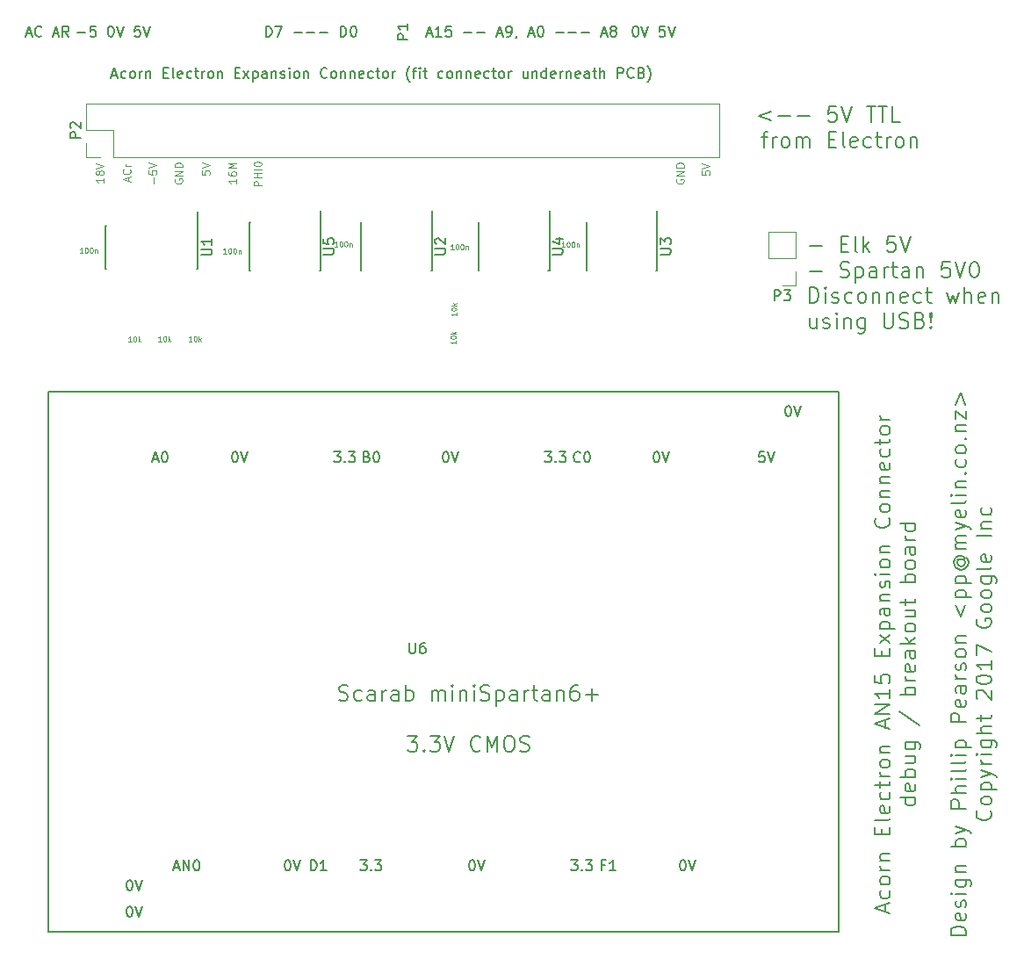
<source format=gto>
G04 #@! TF.FileFunction,Legend,Top*
%FSLAX46Y46*%
G04 Gerber Fmt 4.6, Leading zero omitted, Abs format (unit mm)*
G04 Created by KiCad (PCBNEW 4.0.6) date Monday, June 05, 2017 'PMt' 08:11:22 PM*
%MOMM*%
%LPD*%
G01*
G04 APERTURE LIST*
%ADD10C,0.100000*%
%ADD11C,0.200000*%
%ADD12C,0.150000*%
%ADD13C,0.120000*%
%ADD14C,0.109220*%
G04 APERTURE END LIST*
D10*
X167409286Y-68382857D02*
X167409286Y-68740000D01*
X167766429Y-68775714D01*
X167730714Y-68740000D01*
X167695000Y-68668571D01*
X167695000Y-68490000D01*
X167730714Y-68418571D01*
X167766429Y-68382857D01*
X167837857Y-68347142D01*
X168016429Y-68347142D01*
X168087857Y-68382857D01*
X168123571Y-68418571D01*
X168159286Y-68490000D01*
X168159286Y-68668571D01*
X168123571Y-68740000D01*
X168087857Y-68775714D01*
X167409286Y-68132856D02*
X168159286Y-67882856D01*
X167409286Y-67632856D01*
X164945000Y-69191428D02*
X164909286Y-69262857D01*
X164909286Y-69370000D01*
X164945000Y-69477143D01*
X165016429Y-69548571D01*
X165087857Y-69584286D01*
X165230714Y-69620000D01*
X165337857Y-69620000D01*
X165480714Y-69584286D01*
X165552143Y-69548571D01*
X165623571Y-69477143D01*
X165659286Y-69370000D01*
X165659286Y-69298571D01*
X165623571Y-69191428D01*
X165587857Y-69155714D01*
X165337857Y-69155714D01*
X165337857Y-69298571D01*
X165659286Y-68834286D02*
X164909286Y-68834286D01*
X165659286Y-68405714D01*
X164909286Y-68405714D01*
X165659286Y-68048572D02*
X164909286Y-68048572D01*
X164909286Y-67870000D01*
X164945000Y-67762857D01*
X165016429Y-67691429D01*
X165087857Y-67655714D01*
X165230714Y-67620000D01*
X165337857Y-67620000D01*
X165480714Y-67655714D01*
X165552143Y-67691429D01*
X165623571Y-67762857D01*
X165659286Y-67870000D01*
X165659286Y-68048572D01*
X119179286Y-68372857D02*
X119179286Y-68730000D01*
X119536429Y-68765714D01*
X119500714Y-68730000D01*
X119465000Y-68658571D01*
X119465000Y-68480000D01*
X119500714Y-68408571D01*
X119536429Y-68372857D01*
X119607857Y-68337142D01*
X119786429Y-68337142D01*
X119857857Y-68372857D01*
X119893571Y-68408571D01*
X119929286Y-68480000D01*
X119929286Y-68658571D01*
X119893571Y-68730000D01*
X119857857Y-68765714D01*
X119179286Y-68122856D02*
X119929286Y-67872856D01*
X119179286Y-67622856D01*
X116595000Y-69181428D02*
X116559286Y-69252857D01*
X116559286Y-69360000D01*
X116595000Y-69467143D01*
X116666429Y-69538571D01*
X116737857Y-69574286D01*
X116880714Y-69610000D01*
X116987857Y-69610000D01*
X117130714Y-69574286D01*
X117202143Y-69538571D01*
X117273571Y-69467143D01*
X117309286Y-69360000D01*
X117309286Y-69288571D01*
X117273571Y-69181428D01*
X117237857Y-69145714D01*
X116987857Y-69145714D01*
X116987857Y-69288571D01*
X117309286Y-68824286D02*
X116559286Y-68824286D01*
X117309286Y-68395714D01*
X116559286Y-68395714D01*
X117309286Y-68038572D02*
X116559286Y-68038572D01*
X116559286Y-67860000D01*
X116595000Y-67752857D01*
X116666429Y-67681429D01*
X116737857Y-67645714D01*
X116880714Y-67610000D01*
X116987857Y-67610000D01*
X117130714Y-67645714D01*
X117202143Y-67681429D01*
X117273571Y-67752857D01*
X117309286Y-67860000D01*
X117309286Y-68038572D01*
X114523571Y-69634286D02*
X114523571Y-69062857D01*
X114059286Y-68348572D02*
X114059286Y-68705715D01*
X114416429Y-68741429D01*
X114380714Y-68705715D01*
X114345000Y-68634286D01*
X114345000Y-68455715D01*
X114380714Y-68384286D01*
X114416429Y-68348572D01*
X114487857Y-68312857D01*
X114666429Y-68312857D01*
X114737857Y-68348572D01*
X114773571Y-68384286D01*
X114809286Y-68455715D01*
X114809286Y-68634286D01*
X114773571Y-68705715D01*
X114737857Y-68741429D01*
X114059286Y-68098571D02*
X114809286Y-67848571D01*
X114059286Y-67598571D01*
X112095000Y-69355714D02*
X112095000Y-68998571D01*
X112309286Y-69427142D02*
X111559286Y-69177142D01*
X112309286Y-68927142D01*
X112237857Y-68248571D02*
X112273571Y-68284285D01*
X112309286Y-68391428D01*
X112309286Y-68462857D01*
X112273571Y-68570000D01*
X112202143Y-68641428D01*
X112130714Y-68677143D01*
X111987857Y-68712857D01*
X111880714Y-68712857D01*
X111737857Y-68677143D01*
X111666429Y-68641428D01*
X111595000Y-68570000D01*
X111559286Y-68462857D01*
X111559286Y-68391428D01*
X111595000Y-68284285D01*
X111630714Y-68248571D01*
X112309286Y-67927143D02*
X111809286Y-67927143D01*
X111952143Y-67927143D02*
X111880714Y-67891428D01*
X111845000Y-67855714D01*
X111809286Y-67784285D01*
X111809286Y-67712857D01*
X109709286Y-69074285D02*
X109709286Y-69502857D01*
X109709286Y-69288571D02*
X108959286Y-69288571D01*
X109066429Y-69360000D01*
X109137857Y-69431428D01*
X109173571Y-69502857D01*
X109280714Y-68645714D02*
X109245000Y-68717142D01*
X109209286Y-68752857D01*
X109137857Y-68788571D01*
X109102143Y-68788571D01*
X109030714Y-68752857D01*
X108995000Y-68717142D01*
X108959286Y-68645714D01*
X108959286Y-68502857D01*
X108995000Y-68431428D01*
X109030714Y-68395714D01*
X109102143Y-68359999D01*
X109137857Y-68359999D01*
X109209286Y-68395714D01*
X109245000Y-68431428D01*
X109280714Y-68502857D01*
X109280714Y-68645714D01*
X109316429Y-68717142D01*
X109352143Y-68752857D01*
X109423571Y-68788571D01*
X109566429Y-68788571D01*
X109637857Y-68752857D01*
X109673571Y-68717142D01*
X109709286Y-68645714D01*
X109709286Y-68502857D01*
X109673571Y-68431428D01*
X109637857Y-68395714D01*
X109566429Y-68359999D01*
X109423571Y-68359999D01*
X109352143Y-68395714D01*
X109316429Y-68431428D01*
X109280714Y-68502857D01*
X108959286Y-68145713D02*
X109709286Y-67895713D01*
X108959286Y-67645713D01*
X124929286Y-69795000D02*
X124179286Y-69795000D01*
X124179286Y-69509285D01*
X124215000Y-69437857D01*
X124250714Y-69402142D01*
X124322143Y-69366428D01*
X124429286Y-69366428D01*
X124500714Y-69402142D01*
X124536429Y-69437857D01*
X124572143Y-69509285D01*
X124572143Y-69795000D01*
X124929286Y-69045000D02*
X124179286Y-69045000D01*
X124536429Y-69045000D02*
X124536429Y-68616428D01*
X124929286Y-68616428D02*
X124179286Y-68616428D01*
X124929286Y-68259286D02*
X124179286Y-68259286D01*
X124179286Y-67759285D02*
X124179286Y-67687857D01*
X124215000Y-67616428D01*
X124250714Y-67580714D01*
X124322143Y-67545000D01*
X124465000Y-67509285D01*
X124643571Y-67509285D01*
X124786429Y-67545000D01*
X124857857Y-67580714D01*
X124893571Y-67616428D01*
X124929286Y-67687857D01*
X124929286Y-67759285D01*
X124893571Y-67830714D01*
X124857857Y-67866428D01*
X124786429Y-67902143D01*
X124643571Y-67937857D01*
X124465000Y-67937857D01*
X124322143Y-67902143D01*
X124250714Y-67866428D01*
X124215000Y-67830714D01*
X124179286Y-67759285D01*
X122489286Y-69161428D02*
X122489286Y-69590000D01*
X122489286Y-69375714D02*
X121739286Y-69375714D01*
X121846429Y-69447143D01*
X121917857Y-69518571D01*
X121953571Y-69590000D01*
X121739286Y-68518571D02*
X121739286Y-68661428D01*
X121775000Y-68732857D01*
X121810714Y-68768571D01*
X121917857Y-68840000D01*
X122060714Y-68875714D01*
X122346429Y-68875714D01*
X122417857Y-68840000D01*
X122453571Y-68804285D01*
X122489286Y-68732857D01*
X122489286Y-68590000D01*
X122453571Y-68518571D01*
X122417857Y-68482857D01*
X122346429Y-68447142D01*
X122167857Y-68447142D01*
X122096429Y-68482857D01*
X122060714Y-68518571D01*
X122025000Y-68590000D01*
X122025000Y-68732857D01*
X122060714Y-68804285D01*
X122096429Y-68840000D01*
X122167857Y-68875714D01*
X122489286Y-68125714D02*
X121739286Y-68125714D01*
X122275000Y-67875714D01*
X121739286Y-67625714D01*
X122489286Y-67625714D01*
D11*
X185100000Y-139787142D02*
X185100000Y-139072856D01*
X185528571Y-139929999D02*
X184028571Y-139429999D01*
X185528571Y-138929999D01*
X185457143Y-137787142D02*
X185528571Y-137929999D01*
X185528571Y-138215713D01*
X185457143Y-138358571D01*
X185385714Y-138429999D01*
X185242857Y-138501428D01*
X184814286Y-138501428D01*
X184671429Y-138429999D01*
X184600000Y-138358571D01*
X184528571Y-138215713D01*
X184528571Y-137929999D01*
X184600000Y-137787142D01*
X185528571Y-136929999D02*
X185457143Y-137072857D01*
X185385714Y-137144285D01*
X185242857Y-137215714D01*
X184814286Y-137215714D01*
X184671429Y-137144285D01*
X184600000Y-137072857D01*
X184528571Y-136929999D01*
X184528571Y-136715714D01*
X184600000Y-136572857D01*
X184671429Y-136501428D01*
X184814286Y-136429999D01*
X185242857Y-136429999D01*
X185385714Y-136501428D01*
X185457143Y-136572857D01*
X185528571Y-136715714D01*
X185528571Y-136929999D01*
X185528571Y-135787142D02*
X184528571Y-135787142D01*
X184814286Y-135787142D02*
X184671429Y-135715714D01*
X184600000Y-135644285D01*
X184528571Y-135501428D01*
X184528571Y-135358571D01*
X184528571Y-134858571D02*
X185528571Y-134858571D01*
X184671429Y-134858571D02*
X184600000Y-134787143D01*
X184528571Y-134644285D01*
X184528571Y-134430000D01*
X184600000Y-134287143D01*
X184742857Y-134215714D01*
X185528571Y-134215714D01*
X184742857Y-132358571D02*
X184742857Y-131858571D01*
X185528571Y-131644285D02*
X185528571Y-132358571D01*
X184028571Y-132358571D01*
X184028571Y-131644285D01*
X185528571Y-130787142D02*
X185457143Y-130930000D01*
X185314286Y-131001428D01*
X184028571Y-131001428D01*
X185457143Y-129644286D02*
X185528571Y-129787143D01*
X185528571Y-130072857D01*
X185457143Y-130215714D01*
X185314286Y-130287143D01*
X184742857Y-130287143D01*
X184600000Y-130215714D01*
X184528571Y-130072857D01*
X184528571Y-129787143D01*
X184600000Y-129644286D01*
X184742857Y-129572857D01*
X184885714Y-129572857D01*
X185028571Y-130287143D01*
X185457143Y-128287143D02*
X185528571Y-128430000D01*
X185528571Y-128715714D01*
X185457143Y-128858572D01*
X185385714Y-128930000D01*
X185242857Y-129001429D01*
X184814286Y-129001429D01*
X184671429Y-128930000D01*
X184600000Y-128858572D01*
X184528571Y-128715714D01*
X184528571Y-128430000D01*
X184600000Y-128287143D01*
X184528571Y-127858572D02*
X184528571Y-127287143D01*
X184028571Y-127644286D02*
X185314286Y-127644286D01*
X185457143Y-127572858D01*
X185528571Y-127430000D01*
X185528571Y-127287143D01*
X185528571Y-126787143D02*
X184528571Y-126787143D01*
X184814286Y-126787143D02*
X184671429Y-126715715D01*
X184600000Y-126644286D01*
X184528571Y-126501429D01*
X184528571Y-126358572D01*
X185528571Y-125644286D02*
X185457143Y-125787144D01*
X185385714Y-125858572D01*
X185242857Y-125930001D01*
X184814286Y-125930001D01*
X184671429Y-125858572D01*
X184600000Y-125787144D01*
X184528571Y-125644286D01*
X184528571Y-125430001D01*
X184600000Y-125287144D01*
X184671429Y-125215715D01*
X184814286Y-125144286D01*
X185242857Y-125144286D01*
X185385714Y-125215715D01*
X185457143Y-125287144D01*
X185528571Y-125430001D01*
X185528571Y-125644286D01*
X184528571Y-124501429D02*
X185528571Y-124501429D01*
X184671429Y-124501429D02*
X184600000Y-124430001D01*
X184528571Y-124287143D01*
X184528571Y-124072858D01*
X184600000Y-123930001D01*
X184742857Y-123858572D01*
X185528571Y-123858572D01*
X185100000Y-122072858D02*
X185100000Y-121358572D01*
X185528571Y-122215715D02*
X184028571Y-121715715D01*
X185528571Y-121215715D01*
X185528571Y-120715715D02*
X184028571Y-120715715D01*
X185528571Y-119858572D01*
X184028571Y-119858572D01*
X185528571Y-118358572D02*
X185528571Y-119215715D01*
X185528571Y-118787143D02*
X184028571Y-118787143D01*
X184242857Y-118930000D01*
X184385714Y-119072858D01*
X184457143Y-119215715D01*
X184028571Y-117001429D02*
X184028571Y-117715715D01*
X184742857Y-117787144D01*
X184671429Y-117715715D01*
X184600000Y-117572858D01*
X184600000Y-117215715D01*
X184671429Y-117072858D01*
X184742857Y-117001429D01*
X184885714Y-116930001D01*
X185242857Y-116930001D01*
X185385714Y-117001429D01*
X185457143Y-117072858D01*
X185528571Y-117215715D01*
X185528571Y-117572858D01*
X185457143Y-117715715D01*
X185385714Y-117787144D01*
X184742857Y-115144287D02*
X184742857Y-114644287D01*
X185528571Y-114430001D02*
X185528571Y-115144287D01*
X184028571Y-115144287D01*
X184028571Y-114430001D01*
X185528571Y-113930001D02*
X184528571Y-113144287D01*
X184528571Y-113930001D02*
X185528571Y-113144287D01*
X184528571Y-112572858D02*
X186028571Y-112572858D01*
X184600000Y-112572858D02*
X184528571Y-112430001D01*
X184528571Y-112144287D01*
X184600000Y-112001430D01*
X184671429Y-111930001D01*
X184814286Y-111858572D01*
X185242857Y-111858572D01*
X185385714Y-111930001D01*
X185457143Y-112001430D01*
X185528571Y-112144287D01*
X185528571Y-112430001D01*
X185457143Y-112572858D01*
X185528571Y-110572858D02*
X184742857Y-110572858D01*
X184600000Y-110644287D01*
X184528571Y-110787144D01*
X184528571Y-111072858D01*
X184600000Y-111215715D01*
X185457143Y-110572858D02*
X185528571Y-110715715D01*
X185528571Y-111072858D01*
X185457143Y-111215715D01*
X185314286Y-111287144D01*
X185171429Y-111287144D01*
X185028571Y-111215715D01*
X184957143Y-111072858D01*
X184957143Y-110715715D01*
X184885714Y-110572858D01*
X184528571Y-109858572D02*
X185528571Y-109858572D01*
X184671429Y-109858572D02*
X184600000Y-109787144D01*
X184528571Y-109644286D01*
X184528571Y-109430001D01*
X184600000Y-109287144D01*
X184742857Y-109215715D01*
X185528571Y-109215715D01*
X185457143Y-108572858D02*
X185528571Y-108430001D01*
X185528571Y-108144286D01*
X185457143Y-108001429D01*
X185314286Y-107930001D01*
X185242857Y-107930001D01*
X185100000Y-108001429D01*
X185028571Y-108144286D01*
X185028571Y-108358572D01*
X184957143Y-108501429D01*
X184814286Y-108572858D01*
X184742857Y-108572858D01*
X184600000Y-108501429D01*
X184528571Y-108358572D01*
X184528571Y-108144286D01*
X184600000Y-108001429D01*
X185528571Y-107287143D02*
X184528571Y-107287143D01*
X184028571Y-107287143D02*
X184100000Y-107358572D01*
X184171429Y-107287143D01*
X184100000Y-107215715D01*
X184028571Y-107287143D01*
X184171429Y-107287143D01*
X185528571Y-106358571D02*
X185457143Y-106501429D01*
X185385714Y-106572857D01*
X185242857Y-106644286D01*
X184814286Y-106644286D01*
X184671429Y-106572857D01*
X184600000Y-106501429D01*
X184528571Y-106358571D01*
X184528571Y-106144286D01*
X184600000Y-106001429D01*
X184671429Y-105930000D01*
X184814286Y-105858571D01*
X185242857Y-105858571D01*
X185385714Y-105930000D01*
X185457143Y-106001429D01*
X185528571Y-106144286D01*
X185528571Y-106358571D01*
X184528571Y-105215714D02*
X185528571Y-105215714D01*
X184671429Y-105215714D02*
X184600000Y-105144286D01*
X184528571Y-105001428D01*
X184528571Y-104787143D01*
X184600000Y-104644286D01*
X184742857Y-104572857D01*
X185528571Y-104572857D01*
X185385714Y-101858571D02*
X185457143Y-101930000D01*
X185528571Y-102144286D01*
X185528571Y-102287143D01*
X185457143Y-102501428D01*
X185314286Y-102644286D01*
X185171429Y-102715714D01*
X184885714Y-102787143D01*
X184671429Y-102787143D01*
X184385714Y-102715714D01*
X184242857Y-102644286D01*
X184100000Y-102501428D01*
X184028571Y-102287143D01*
X184028571Y-102144286D01*
X184100000Y-101930000D01*
X184171429Y-101858571D01*
X185528571Y-101001428D02*
X185457143Y-101144286D01*
X185385714Y-101215714D01*
X185242857Y-101287143D01*
X184814286Y-101287143D01*
X184671429Y-101215714D01*
X184600000Y-101144286D01*
X184528571Y-101001428D01*
X184528571Y-100787143D01*
X184600000Y-100644286D01*
X184671429Y-100572857D01*
X184814286Y-100501428D01*
X185242857Y-100501428D01*
X185385714Y-100572857D01*
X185457143Y-100644286D01*
X185528571Y-100787143D01*
X185528571Y-101001428D01*
X184528571Y-99858571D02*
X185528571Y-99858571D01*
X184671429Y-99858571D02*
X184600000Y-99787143D01*
X184528571Y-99644285D01*
X184528571Y-99430000D01*
X184600000Y-99287143D01*
X184742857Y-99215714D01*
X185528571Y-99215714D01*
X184528571Y-98501428D02*
X185528571Y-98501428D01*
X184671429Y-98501428D02*
X184600000Y-98430000D01*
X184528571Y-98287142D01*
X184528571Y-98072857D01*
X184600000Y-97930000D01*
X184742857Y-97858571D01*
X185528571Y-97858571D01*
X185457143Y-96572857D02*
X185528571Y-96715714D01*
X185528571Y-97001428D01*
X185457143Y-97144285D01*
X185314286Y-97215714D01*
X184742857Y-97215714D01*
X184600000Y-97144285D01*
X184528571Y-97001428D01*
X184528571Y-96715714D01*
X184600000Y-96572857D01*
X184742857Y-96501428D01*
X184885714Y-96501428D01*
X185028571Y-97215714D01*
X185457143Y-95215714D02*
X185528571Y-95358571D01*
X185528571Y-95644285D01*
X185457143Y-95787143D01*
X185385714Y-95858571D01*
X185242857Y-95930000D01*
X184814286Y-95930000D01*
X184671429Y-95858571D01*
X184600000Y-95787143D01*
X184528571Y-95644285D01*
X184528571Y-95358571D01*
X184600000Y-95215714D01*
X184528571Y-94787143D02*
X184528571Y-94215714D01*
X184028571Y-94572857D02*
X185314286Y-94572857D01*
X185457143Y-94501429D01*
X185528571Y-94358571D01*
X185528571Y-94215714D01*
X185528571Y-93501428D02*
X185457143Y-93644286D01*
X185385714Y-93715714D01*
X185242857Y-93787143D01*
X184814286Y-93787143D01*
X184671429Y-93715714D01*
X184600000Y-93644286D01*
X184528571Y-93501428D01*
X184528571Y-93287143D01*
X184600000Y-93144286D01*
X184671429Y-93072857D01*
X184814286Y-93001428D01*
X185242857Y-93001428D01*
X185385714Y-93072857D01*
X185457143Y-93144286D01*
X185528571Y-93287143D01*
X185528571Y-93501428D01*
X185528571Y-92358571D02*
X184528571Y-92358571D01*
X184814286Y-92358571D02*
X184671429Y-92287143D01*
X184600000Y-92215714D01*
X184528571Y-92072857D01*
X184528571Y-91930000D01*
X187978571Y-128822857D02*
X186478571Y-128822857D01*
X187907143Y-128822857D02*
X187978571Y-128965714D01*
X187978571Y-129251428D01*
X187907143Y-129394286D01*
X187835714Y-129465714D01*
X187692857Y-129537143D01*
X187264286Y-129537143D01*
X187121429Y-129465714D01*
X187050000Y-129394286D01*
X186978571Y-129251428D01*
X186978571Y-128965714D01*
X187050000Y-128822857D01*
X187907143Y-127537143D02*
X187978571Y-127680000D01*
X187978571Y-127965714D01*
X187907143Y-128108571D01*
X187764286Y-128180000D01*
X187192857Y-128180000D01*
X187050000Y-128108571D01*
X186978571Y-127965714D01*
X186978571Y-127680000D01*
X187050000Y-127537143D01*
X187192857Y-127465714D01*
X187335714Y-127465714D01*
X187478571Y-128180000D01*
X187978571Y-126822857D02*
X186478571Y-126822857D01*
X187050000Y-126822857D02*
X186978571Y-126680000D01*
X186978571Y-126394286D01*
X187050000Y-126251429D01*
X187121429Y-126180000D01*
X187264286Y-126108571D01*
X187692857Y-126108571D01*
X187835714Y-126180000D01*
X187907143Y-126251429D01*
X187978571Y-126394286D01*
X187978571Y-126680000D01*
X187907143Y-126822857D01*
X186978571Y-124822857D02*
X187978571Y-124822857D01*
X186978571Y-125465714D02*
X187764286Y-125465714D01*
X187907143Y-125394286D01*
X187978571Y-125251428D01*
X187978571Y-125037143D01*
X187907143Y-124894286D01*
X187835714Y-124822857D01*
X186978571Y-123465714D02*
X188192857Y-123465714D01*
X188335714Y-123537143D01*
X188407143Y-123608571D01*
X188478571Y-123751428D01*
X188478571Y-123965714D01*
X188407143Y-124108571D01*
X187907143Y-123465714D02*
X187978571Y-123608571D01*
X187978571Y-123894285D01*
X187907143Y-124037143D01*
X187835714Y-124108571D01*
X187692857Y-124180000D01*
X187264286Y-124180000D01*
X187121429Y-124108571D01*
X187050000Y-124037143D01*
X186978571Y-123894285D01*
X186978571Y-123608571D01*
X187050000Y-123465714D01*
X186407143Y-120537143D02*
X188335714Y-121822857D01*
X187978571Y-118894285D02*
X186478571Y-118894285D01*
X187050000Y-118894285D02*
X186978571Y-118751428D01*
X186978571Y-118465714D01*
X187050000Y-118322857D01*
X187121429Y-118251428D01*
X187264286Y-118179999D01*
X187692857Y-118179999D01*
X187835714Y-118251428D01*
X187907143Y-118322857D01*
X187978571Y-118465714D01*
X187978571Y-118751428D01*
X187907143Y-118894285D01*
X187978571Y-117537142D02*
X186978571Y-117537142D01*
X187264286Y-117537142D02*
X187121429Y-117465714D01*
X187050000Y-117394285D01*
X186978571Y-117251428D01*
X186978571Y-117108571D01*
X187907143Y-116037143D02*
X187978571Y-116180000D01*
X187978571Y-116465714D01*
X187907143Y-116608571D01*
X187764286Y-116680000D01*
X187192857Y-116680000D01*
X187050000Y-116608571D01*
X186978571Y-116465714D01*
X186978571Y-116180000D01*
X187050000Y-116037143D01*
X187192857Y-115965714D01*
X187335714Y-115965714D01*
X187478571Y-116680000D01*
X187978571Y-114680000D02*
X187192857Y-114680000D01*
X187050000Y-114751429D01*
X186978571Y-114894286D01*
X186978571Y-115180000D01*
X187050000Y-115322857D01*
X187907143Y-114680000D02*
X187978571Y-114822857D01*
X187978571Y-115180000D01*
X187907143Y-115322857D01*
X187764286Y-115394286D01*
X187621429Y-115394286D01*
X187478571Y-115322857D01*
X187407143Y-115180000D01*
X187407143Y-114822857D01*
X187335714Y-114680000D01*
X187978571Y-113965714D02*
X186478571Y-113965714D01*
X187407143Y-113822857D02*
X187978571Y-113394286D01*
X186978571Y-113394286D02*
X187550000Y-113965714D01*
X187978571Y-112537142D02*
X187907143Y-112680000D01*
X187835714Y-112751428D01*
X187692857Y-112822857D01*
X187264286Y-112822857D01*
X187121429Y-112751428D01*
X187050000Y-112680000D01*
X186978571Y-112537142D01*
X186978571Y-112322857D01*
X187050000Y-112180000D01*
X187121429Y-112108571D01*
X187264286Y-112037142D01*
X187692857Y-112037142D01*
X187835714Y-112108571D01*
X187907143Y-112180000D01*
X187978571Y-112322857D01*
X187978571Y-112537142D01*
X186978571Y-110751428D02*
X187978571Y-110751428D01*
X186978571Y-111394285D02*
X187764286Y-111394285D01*
X187907143Y-111322857D01*
X187978571Y-111179999D01*
X187978571Y-110965714D01*
X187907143Y-110822857D01*
X187835714Y-110751428D01*
X186978571Y-110251428D02*
X186978571Y-109679999D01*
X186478571Y-110037142D02*
X187764286Y-110037142D01*
X187907143Y-109965714D01*
X187978571Y-109822856D01*
X187978571Y-109679999D01*
X187978571Y-108037142D02*
X186478571Y-108037142D01*
X187050000Y-108037142D02*
X186978571Y-107894285D01*
X186978571Y-107608571D01*
X187050000Y-107465714D01*
X187121429Y-107394285D01*
X187264286Y-107322856D01*
X187692857Y-107322856D01*
X187835714Y-107394285D01*
X187907143Y-107465714D01*
X187978571Y-107608571D01*
X187978571Y-107894285D01*
X187907143Y-108037142D01*
X187978571Y-106465713D02*
X187907143Y-106608571D01*
X187835714Y-106679999D01*
X187692857Y-106751428D01*
X187264286Y-106751428D01*
X187121429Y-106679999D01*
X187050000Y-106608571D01*
X186978571Y-106465713D01*
X186978571Y-106251428D01*
X187050000Y-106108571D01*
X187121429Y-106037142D01*
X187264286Y-105965713D01*
X187692857Y-105965713D01*
X187835714Y-106037142D01*
X187907143Y-106108571D01*
X187978571Y-106251428D01*
X187978571Y-106465713D01*
X187978571Y-104679999D02*
X187192857Y-104679999D01*
X187050000Y-104751428D01*
X186978571Y-104894285D01*
X186978571Y-105179999D01*
X187050000Y-105322856D01*
X187907143Y-104679999D02*
X187978571Y-104822856D01*
X187978571Y-105179999D01*
X187907143Y-105322856D01*
X187764286Y-105394285D01*
X187621429Y-105394285D01*
X187478571Y-105322856D01*
X187407143Y-105179999D01*
X187407143Y-104822856D01*
X187335714Y-104679999D01*
X187978571Y-103965713D02*
X186978571Y-103965713D01*
X187264286Y-103965713D02*
X187121429Y-103894285D01*
X187050000Y-103822856D01*
X186978571Y-103679999D01*
X186978571Y-103537142D01*
X187978571Y-102394285D02*
X186478571Y-102394285D01*
X187907143Y-102394285D02*
X187978571Y-102537142D01*
X187978571Y-102822856D01*
X187907143Y-102965714D01*
X187835714Y-103037142D01*
X187692857Y-103108571D01*
X187264286Y-103108571D01*
X187121429Y-103037142D01*
X187050000Y-102965714D01*
X186978571Y-102822856D01*
X186978571Y-102537142D01*
X187050000Y-102394285D01*
X192878571Y-142072857D02*
X191378571Y-142072857D01*
X191378571Y-141715714D01*
X191450000Y-141501429D01*
X191592857Y-141358571D01*
X191735714Y-141287143D01*
X192021429Y-141215714D01*
X192235714Y-141215714D01*
X192521429Y-141287143D01*
X192664286Y-141358571D01*
X192807143Y-141501429D01*
X192878571Y-141715714D01*
X192878571Y-142072857D01*
X192807143Y-140001429D02*
X192878571Y-140144286D01*
X192878571Y-140430000D01*
X192807143Y-140572857D01*
X192664286Y-140644286D01*
X192092857Y-140644286D01*
X191950000Y-140572857D01*
X191878571Y-140430000D01*
X191878571Y-140144286D01*
X191950000Y-140001429D01*
X192092857Y-139930000D01*
X192235714Y-139930000D01*
X192378571Y-140644286D01*
X192807143Y-139358572D02*
X192878571Y-139215715D01*
X192878571Y-138930000D01*
X192807143Y-138787143D01*
X192664286Y-138715715D01*
X192592857Y-138715715D01*
X192450000Y-138787143D01*
X192378571Y-138930000D01*
X192378571Y-139144286D01*
X192307143Y-139287143D01*
X192164286Y-139358572D01*
X192092857Y-139358572D01*
X191950000Y-139287143D01*
X191878571Y-139144286D01*
X191878571Y-138930000D01*
X191950000Y-138787143D01*
X192878571Y-138072857D02*
X191878571Y-138072857D01*
X191378571Y-138072857D02*
X191450000Y-138144286D01*
X191521429Y-138072857D01*
X191450000Y-138001429D01*
X191378571Y-138072857D01*
X191521429Y-138072857D01*
X191878571Y-136715714D02*
X193092857Y-136715714D01*
X193235714Y-136787143D01*
X193307143Y-136858571D01*
X193378571Y-137001428D01*
X193378571Y-137215714D01*
X193307143Y-137358571D01*
X192807143Y-136715714D02*
X192878571Y-136858571D01*
X192878571Y-137144285D01*
X192807143Y-137287143D01*
X192735714Y-137358571D01*
X192592857Y-137430000D01*
X192164286Y-137430000D01*
X192021429Y-137358571D01*
X191950000Y-137287143D01*
X191878571Y-137144285D01*
X191878571Y-136858571D01*
X191950000Y-136715714D01*
X191878571Y-136001428D02*
X192878571Y-136001428D01*
X192021429Y-136001428D02*
X191950000Y-135930000D01*
X191878571Y-135787142D01*
X191878571Y-135572857D01*
X191950000Y-135430000D01*
X192092857Y-135358571D01*
X192878571Y-135358571D01*
X192878571Y-133501428D02*
X191378571Y-133501428D01*
X191950000Y-133501428D02*
X191878571Y-133358571D01*
X191878571Y-133072857D01*
X191950000Y-132930000D01*
X192021429Y-132858571D01*
X192164286Y-132787142D01*
X192592857Y-132787142D01*
X192735714Y-132858571D01*
X192807143Y-132930000D01*
X192878571Y-133072857D01*
X192878571Y-133358571D01*
X192807143Y-133501428D01*
X191878571Y-132287142D02*
X192878571Y-131929999D01*
X191878571Y-131572857D02*
X192878571Y-131929999D01*
X193235714Y-132072857D01*
X193307143Y-132144285D01*
X193378571Y-132287142D01*
X192878571Y-129858571D02*
X191378571Y-129858571D01*
X191378571Y-129287143D01*
X191450000Y-129144285D01*
X191521429Y-129072857D01*
X191664286Y-129001428D01*
X191878571Y-129001428D01*
X192021429Y-129072857D01*
X192092857Y-129144285D01*
X192164286Y-129287143D01*
X192164286Y-129858571D01*
X192878571Y-128358571D02*
X191378571Y-128358571D01*
X192878571Y-127715714D02*
X192092857Y-127715714D01*
X191950000Y-127787143D01*
X191878571Y-127930000D01*
X191878571Y-128144285D01*
X191950000Y-128287143D01*
X192021429Y-128358571D01*
X192878571Y-127001428D02*
X191878571Y-127001428D01*
X191378571Y-127001428D02*
X191450000Y-127072857D01*
X191521429Y-127001428D01*
X191450000Y-126930000D01*
X191378571Y-127001428D01*
X191521429Y-127001428D01*
X192878571Y-126072856D02*
X192807143Y-126215714D01*
X192664286Y-126287142D01*
X191378571Y-126287142D01*
X192878571Y-125287142D02*
X192807143Y-125430000D01*
X192664286Y-125501428D01*
X191378571Y-125501428D01*
X192878571Y-124715714D02*
X191878571Y-124715714D01*
X191378571Y-124715714D02*
X191450000Y-124787143D01*
X191521429Y-124715714D01*
X191450000Y-124644286D01*
X191378571Y-124715714D01*
X191521429Y-124715714D01*
X191878571Y-124001428D02*
X193378571Y-124001428D01*
X191950000Y-124001428D02*
X191878571Y-123858571D01*
X191878571Y-123572857D01*
X191950000Y-123430000D01*
X192021429Y-123358571D01*
X192164286Y-123287142D01*
X192592857Y-123287142D01*
X192735714Y-123358571D01*
X192807143Y-123430000D01*
X192878571Y-123572857D01*
X192878571Y-123858571D01*
X192807143Y-124001428D01*
X192878571Y-121501428D02*
X191378571Y-121501428D01*
X191378571Y-120930000D01*
X191450000Y-120787142D01*
X191521429Y-120715714D01*
X191664286Y-120644285D01*
X191878571Y-120644285D01*
X192021429Y-120715714D01*
X192092857Y-120787142D01*
X192164286Y-120930000D01*
X192164286Y-121501428D01*
X192807143Y-119430000D02*
X192878571Y-119572857D01*
X192878571Y-119858571D01*
X192807143Y-120001428D01*
X192664286Y-120072857D01*
X192092857Y-120072857D01*
X191950000Y-120001428D01*
X191878571Y-119858571D01*
X191878571Y-119572857D01*
X191950000Y-119430000D01*
X192092857Y-119358571D01*
X192235714Y-119358571D01*
X192378571Y-120072857D01*
X192878571Y-118072857D02*
X192092857Y-118072857D01*
X191950000Y-118144286D01*
X191878571Y-118287143D01*
X191878571Y-118572857D01*
X191950000Y-118715714D01*
X192807143Y-118072857D02*
X192878571Y-118215714D01*
X192878571Y-118572857D01*
X192807143Y-118715714D01*
X192664286Y-118787143D01*
X192521429Y-118787143D01*
X192378571Y-118715714D01*
X192307143Y-118572857D01*
X192307143Y-118215714D01*
X192235714Y-118072857D01*
X192878571Y-117358571D02*
X191878571Y-117358571D01*
X192164286Y-117358571D02*
X192021429Y-117287143D01*
X191950000Y-117215714D01*
X191878571Y-117072857D01*
X191878571Y-116930000D01*
X192807143Y-116501429D02*
X192878571Y-116358572D01*
X192878571Y-116072857D01*
X192807143Y-115930000D01*
X192664286Y-115858572D01*
X192592857Y-115858572D01*
X192450000Y-115930000D01*
X192378571Y-116072857D01*
X192378571Y-116287143D01*
X192307143Y-116430000D01*
X192164286Y-116501429D01*
X192092857Y-116501429D01*
X191950000Y-116430000D01*
X191878571Y-116287143D01*
X191878571Y-116072857D01*
X191950000Y-115930000D01*
X192878571Y-115001428D02*
X192807143Y-115144286D01*
X192735714Y-115215714D01*
X192592857Y-115287143D01*
X192164286Y-115287143D01*
X192021429Y-115215714D01*
X191950000Y-115144286D01*
X191878571Y-115001428D01*
X191878571Y-114787143D01*
X191950000Y-114644286D01*
X192021429Y-114572857D01*
X192164286Y-114501428D01*
X192592857Y-114501428D01*
X192735714Y-114572857D01*
X192807143Y-114644286D01*
X192878571Y-114787143D01*
X192878571Y-115001428D01*
X191878571Y-113858571D02*
X192878571Y-113858571D01*
X192021429Y-113858571D02*
X191950000Y-113787143D01*
X191878571Y-113644285D01*
X191878571Y-113430000D01*
X191950000Y-113287143D01*
X192092857Y-113215714D01*
X192878571Y-113215714D01*
X191878571Y-110215714D02*
X192307143Y-111358571D01*
X192735714Y-110215714D01*
X191878571Y-109501428D02*
X193378571Y-109501428D01*
X191950000Y-109501428D02*
X191878571Y-109358571D01*
X191878571Y-109072857D01*
X191950000Y-108930000D01*
X192021429Y-108858571D01*
X192164286Y-108787142D01*
X192592857Y-108787142D01*
X192735714Y-108858571D01*
X192807143Y-108930000D01*
X192878571Y-109072857D01*
X192878571Y-109358571D01*
X192807143Y-109501428D01*
X191878571Y-108144285D02*
X193378571Y-108144285D01*
X191950000Y-108144285D02*
X191878571Y-108001428D01*
X191878571Y-107715714D01*
X191950000Y-107572857D01*
X192021429Y-107501428D01*
X192164286Y-107429999D01*
X192592857Y-107429999D01*
X192735714Y-107501428D01*
X192807143Y-107572857D01*
X192878571Y-107715714D01*
X192878571Y-108001428D01*
X192807143Y-108144285D01*
X192164286Y-105858571D02*
X192092857Y-105929999D01*
X192021429Y-106072856D01*
X192021429Y-106215714D01*
X192092857Y-106358571D01*
X192164286Y-106429999D01*
X192307143Y-106501428D01*
X192450000Y-106501428D01*
X192592857Y-106429999D01*
X192664286Y-106358571D01*
X192735714Y-106215714D01*
X192735714Y-106072856D01*
X192664286Y-105929999D01*
X192592857Y-105858571D01*
X192021429Y-105858571D02*
X192592857Y-105858571D01*
X192664286Y-105787142D01*
X192664286Y-105715714D01*
X192592857Y-105572856D01*
X192450000Y-105501428D01*
X192092857Y-105501428D01*
X191878571Y-105644285D01*
X191735714Y-105858571D01*
X191664286Y-106144285D01*
X191735714Y-106429999D01*
X191878571Y-106644285D01*
X192092857Y-106787142D01*
X192378571Y-106858571D01*
X192664286Y-106787142D01*
X192878571Y-106644285D01*
X193021429Y-106429999D01*
X193092857Y-106144285D01*
X193021429Y-105858571D01*
X192878571Y-105644285D01*
X192878571Y-104858571D02*
X191878571Y-104858571D01*
X192021429Y-104858571D02*
X191950000Y-104787143D01*
X191878571Y-104644285D01*
X191878571Y-104430000D01*
X191950000Y-104287143D01*
X192092857Y-104215714D01*
X192878571Y-104215714D01*
X192092857Y-104215714D02*
X191950000Y-104144285D01*
X191878571Y-104001428D01*
X191878571Y-103787143D01*
X191950000Y-103644285D01*
X192092857Y-103572857D01*
X192878571Y-103572857D01*
X191878571Y-103001428D02*
X192878571Y-102644285D01*
X191878571Y-102287143D02*
X192878571Y-102644285D01*
X193235714Y-102787143D01*
X193307143Y-102858571D01*
X193378571Y-103001428D01*
X192807143Y-101144286D02*
X192878571Y-101287143D01*
X192878571Y-101572857D01*
X192807143Y-101715714D01*
X192664286Y-101787143D01*
X192092857Y-101787143D01*
X191950000Y-101715714D01*
X191878571Y-101572857D01*
X191878571Y-101287143D01*
X191950000Y-101144286D01*
X192092857Y-101072857D01*
X192235714Y-101072857D01*
X192378571Y-101787143D01*
X192878571Y-100215714D02*
X192807143Y-100358572D01*
X192664286Y-100430000D01*
X191378571Y-100430000D01*
X192878571Y-99644286D02*
X191878571Y-99644286D01*
X191378571Y-99644286D02*
X191450000Y-99715715D01*
X191521429Y-99644286D01*
X191450000Y-99572858D01*
X191378571Y-99644286D01*
X191521429Y-99644286D01*
X191878571Y-98930000D02*
X192878571Y-98930000D01*
X192021429Y-98930000D02*
X191950000Y-98858572D01*
X191878571Y-98715714D01*
X191878571Y-98501429D01*
X191950000Y-98358572D01*
X192092857Y-98287143D01*
X192878571Y-98287143D01*
X192735714Y-97572857D02*
X192807143Y-97501429D01*
X192878571Y-97572857D01*
X192807143Y-97644286D01*
X192735714Y-97572857D01*
X192878571Y-97572857D01*
X192807143Y-96215714D02*
X192878571Y-96358571D01*
X192878571Y-96644285D01*
X192807143Y-96787143D01*
X192735714Y-96858571D01*
X192592857Y-96930000D01*
X192164286Y-96930000D01*
X192021429Y-96858571D01*
X191950000Y-96787143D01*
X191878571Y-96644285D01*
X191878571Y-96358571D01*
X191950000Y-96215714D01*
X192878571Y-95358571D02*
X192807143Y-95501429D01*
X192735714Y-95572857D01*
X192592857Y-95644286D01*
X192164286Y-95644286D01*
X192021429Y-95572857D01*
X191950000Y-95501429D01*
X191878571Y-95358571D01*
X191878571Y-95144286D01*
X191950000Y-95001429D01*
X192021429Y-94930000D01*
X192164286Y-94858571D01*
X192592857Y-94858571D01*
X192735714Y-94930000D01*
X192807143Y-95001429D01*
X192878571Y-95144286D01*
X192878571Y-95358571D01*
X192735714Y-94215714D02*
X192807143Y-94144286D01*
X192878571Y-94215714D01*
X192807143Y-94287143D01*
X192735714Y-94215714D01*
X192878571Y-94215714D01*
X191878571Y-93501428D02*
X192878571Y-93501428D01*
X192021429Y-93501428D02*
X191950000Y-93430000D01*
X191878571Y-93287142D01*
X191878571Y-93072857D01*
X191950000Y-92930000D01*
X192092857Y-92858571D01*
X192878571Y-92858571D01*
X191878571Y-92287142D02*
X191878571Y-91501428D01*
X192878571Y-92287142D01*
X192878571Y-91501428D01*
X191878571Y-90929999D02*
X192307143Y-89787142D01*
X192735714Y-90929999D01*
X195185714Y-130072856D02*
X195257143Y-130144285D01*
X195328571Y-130358571D01*
X195328571Y-130501428D01*
X195257143Y-130715713D01*
X195114286Y-130858571D01*
X194971429Y-130929999D01*
X194685714Y-131001428D01*
X194471429Y-131001428D01*
X194185714Y-130929999D01*
X194042857Y-130858571D01*
X193900000Y-130715713D01*
X193828571Y-130501428D01*
X193828571Y-130358571D01*
X193900000Y-130144285D01*
X193971429Y-130072856D01*
X195328571Y-129215713D02*
X195257143Y-129358571D01*
X195185714Y-129429999D01*
X195042857Y-129501428D01*
X194614286Y-129501428D01*
X194471429Y-129429999D01*
X194400000Y-129358571D01*
X194328571Y-129215713D01*
X194328571Y-129001428D01*
X194400000Y-128858571D01*
X194471429Y-128787142D01*
X194614286Y-128715713D01*
X195042857Y-128715713D01*
X195185714Y-128787142D01*
X195257143Y-128858571D01*
X195328571Y-129001428D01*
X195328571Y-129215713D01*
X194328571Y-128072856D02*
X195828571Y-128072856D01*
X194400000Y-128072856D02*
X194328571Y-127929999D01*
X194328571Y-127644285D01*
X194400000Y-127501428D01*
X194471429Y-127429999D01*
X194614286Y-127358570D01*
X195042857Y-127358570D01*
X195185714Y-127429999D01*
X195257143Y-127501428D01*
X195328571Y-127644285D01*
X195328571Y-127929999D01*
X195257143Y-128072856D01*
X194328571Y-126858570D02*
X195328571Y-126501427D01*
X194328571Y-126144285D02*
X195328571Y-126501427D01*
X195685714Y-126644285D01*
X195757143Y-126715713D01*
X195828571Y-126858570D01*
X195328571Y-125572856D02*
X194328571Y-125572856D01*
X194614286Y-125572856D02*
X194471429Y-125501428D01*
X194400000Y-125429999D01*
X194328571Y-125287142D01*
X194328571Y-125144285D01*
X195328571Y-124644285D02*
X194328571Y-124644285D01*
X193828571Y-124644285D02*
X193900000Y-124715714D01*
X193971429Y-124644285D01*
X193900000Y-124572857D01*
X193828571Y-124644285D01*
X193971429Y-124644285D01*
X194328571Y-123287142D02*
X195542857Y-123287142D01*
X195685714Y-123358571D01*
X195757143Y-123429999D01*
X195828571Y-123572856D01*
X195828571Y-123787142D01*
X195757143Y-123929999D01*
X195257143Y-123287142D02*
X195328571Y-123429999D01*
X195328571Y-123715713D01*
X195257143Y-123858571D01*
X195185714Y-123929999D01*
X195042857Y-124001428D01*
X194614286Y-124001428D01*
X194471429Y-123929999D01*
X194400000Y-123858571D01*
X194328571Y-123715713D01*
X194328571Y-123429999D01*
X194400000Y-123287142D01*
X195328571Y-122572856D02*
X193828571Y-122572856D01*
X195328571Y-121929999D02*
X194542857Y-121929999D01*
X194400000Y-122001428D01*
X194328571Y-122144285D01*
X194328571Y-122358570D01*
X194400000Y-122501428D01*
X194471429Y-122572856D01*
X194328571Y-121429999D02*
X194328571Y-120858570D01*
X193828571Y-121215713D02*
X195114286Y-121215713D01*
X195257143Y-121144285D01*
X195328571Y-121001427D01*
X195328571Y-120858570D01*
X193971429Y-119287142D02*
X193900000Y-119215713D01*
X193828571Y-119072856D01*
X193828571Y-118715713D01*
X193900000Y-118572856D01*
X193971429Y-118501427D01*
X194114286Y-118429999D01*
X194257143Y-118429999D01*
X194471429Y-118501427D01*
X195328571Y-119358570D01*
X195328571Y-118429999D01*
X193828571Y-117501428D02*
X193828571Y-117358571D01*
X193900000Y-117215714D01*
X193971429Y-117144285D01*
X194114286Y-117072856D01*
X194400000Y-117001428D01*
X194757143Y-117001428D01*
X195042857Y-117072856D01*
X195185714Y-117144285D01*
X195257143Y-117215714D01*
X195328571Y-117358571D01*
X195328571Y-117501428D01*
X195257143Y-117644285D01*
X195185714Y-117715714D01*
X195042857Y-117787142D01*
X194757143Y-117858571D01*
X194400000Y-117858571D01*
X194114286Y-117787142D01*
X193971429Y-117715714D01*
X193900000Y-117644285D01*
X193828571Y-117501428D01*
X195328571Y-115572857D02*
X195328571Y-116430000D01*
X195328571Y-116001428D02*
X193828571Y-116001428D01*
X194042857Y-116144285D01*
X194185714Y-116287143D01*
X194257143Y-116430000D01*
X193828571Y-115072857D02*
X193828571Y-114072857D01*
X195328571Y-114715714D01*
X193900000Y-111572858D02*
X193828571Y-111715715D01*
X193828571Y-111930001D01*
X193900000Y-112144286D01*
X194042857Y-112287144D01*
X194185714Y-112358572D01*
X194471429Y-112430001D01*
X194685714Y-112430001D01*
X194971429Y-112358572D01*
X195114286Y-112287144D01*
X195257143Y-112144286D01*
X195328571Y-111930001D01*
X195328571Y-111787144D01*
X195257143Y-111572858D01*
X195185714Y-111501429D01*
X194685714Y-111501429D01*
X194685714Y-111787144D01*
X195328571Y-110644286D02*
X195257143Y-110787144D01*
X195185714Y-110858572D01*
X195042857Y-110930001D01*
X194614286Y-110930001D01*
X194471429Y-110858572D01*
X194400000Y-110787144D01*
X194328571Y-110644286D01*
X194328571Y-110430001D01*
X194400000Y-110287144D01*
X194471429Y-110215715D01*
X194614286Y-110144286D01*
X195042857Y-110144286D01*
X195185714Y-110215715D01*
X195257143Y-110287144D01*
X195328571Y-110430001D01*
X195328571Y-110644286D01*
X195328571Y-109287143D02*
X195257143Y-109430001D01*
X195185714Y-109501429D01*
X195042857Y-109572858D01*
X194614286Y-109572858D01*
X194471429Y-109501429D01*
X194400000Y-109430001D01*
X194328571Y-109287143D01*
X194328571Y-109072858D01*
X194400000Y-108930001D01*
X194471429Y-108858572D01*
X194614286Y-108787143D01*
X195042857Y-108787143D01*
X195185714Y-108858572D01*
X195257143Y-108930001D01*
X195328571Y-109072858D01*
X195328571Y-109287143D01*
X194328571Y-107501429D02*
X195542857Y-107501429D01*
X195685714Y-107572858D01*
X195757143Y-107644286D01*
X195828571Y-107787143D01*
X195828571Y-108001429D01*
X195757143Y-108144286D01*
X195257143Y-107501429D02*
X195328571Y-107644286D01*
X195328571Y-107930000D01*
X195257143Y-108072858D01*
X195185714Y-108144286D01*
X195042857Y-108215715D01*
X194614286Y-108215715D01*
X194471429Y-108144286D01*
X194400000Y-108072858D01*
X194328571Y-107930000D01*
X194328571Y-107644286D01*
X194400000Y-107501429D01*
X195328571Y-106572857D02*
X195257143Y-106715715D01*
X195114286Y-106787143D01*
X193828571Y-106787143D01*
X195257143Y-105430001D02*
X195328571Y-105572858D01*
X195328571Y-105858572D01*
X195257143Y-106001429D01*
X195114286Y-106072858D01*
X194542857Y-106072858D01*
X194400000Y-106001429D01*
X194328571Y-105858572D01*
X194328571Y-105572858D01*
X194400000Y-105430001D01*
X194542857Y-105358572D01*
X194685714Y-105358572D01*
X194828571Y-106072858D01*
X195328571Y-103572858D02*
X193828571Y-103572858D01*
X194328571Y-102858572D02*
X195328571Y-102858572D01*
X194471429Y-102858572D02*
X194400000Y-102787144D01*
X194328571Y-102644286D01*
X194328571Y-102430001D01*
X194400000Y-102287144D01*
X194542857Y-102215715D01*
X195328571Y-102215715D01*
X195257143Y-100858572D02*
X195328571Y-101001429D01*
X195328571Y-101287143D01*
X195257143Y-101430001D01*
X195185714Y-101501429D01*
X195042857Y-101572858D01*
X194614286Y-101572858D01*
X194471429Y-101501429D01*
X194400000Y-101430001D01*
X194328571Y-101287143D01*
X194328571Y-101001429D01*
X194400000Y-100858572D01*
X177797143Y-75642143D02*
X178940000Y-75642143D01*
X180797143Y-75427857D02*
X181297143Y-75427857D01*
X181511429Y-76213571D02*
X180797143Y-76213571D01*
X180797143Y-74713571D01*
X181511429Y-74713571D01*
X182368572Y-76213571D02*
X182225714Y-76142143D01*
X182154286Y-75999286D01*
X182154286Y-74713571D01*
X182940000Y-76213571D02*
X182940000Y-74713571D01*
X183082857Y-75642143D02*
X183511428Y-76213571D01*
X183511428Y-75213571D02*
X182940000Y-75785000D01*
X186011429Y-74713571D02*
X185297143Y-74713571D01*
X185225714Y-75427857D01*
X185297143Y-75356429D01*
X185440000Y-75285000D01*
X185797143Y-75285000D01*
X185940000Y-75356429D01*
X186011429Y-75427857D01*
X186082857Y-75570714D01*
X186082857Y-75927857D01*
X186011429Y-76070714D01*
X185940000Y-76142143D01*
X185797143Y-76213571D01*
X185440000Y-76213571D01*
X185297143Y-76142143D01*
X185225714Y-76070714D01*
X186511428Y-74713571D02*
X187011428Y-76213571D01*
X187511428Y-74713571D01*
X177797143Y-78092143D02*
X178940000Y-78092143D01*
X180725714Y-78592143D02*
X180940000Y-78663571D01*
X181297143Y-78663571D01*
X181440000Y-78592143D01*
X181511429Y-78520714D01*
X181582857Y-78377857D01*
X181582857Y-78235000D01*
X181511429Y-78092143D01*
X181440000Y-78020714D01*
X181297143Y-77949286D01*
X181011429Y-77877857D01*
X180868571Y-77806429D01*
X180797143Y-77735000D01*
X180725714Y-77592143D01*
X180725714Y-77449286D01*
X180797143Y-77306429D01*
X180868571Y-77235000D01*
X181011429Y-77163571D01*
X181368571Y-77163571D01*
X181582857Y-77235000D01*
X182225714Y-77663571D02*
X182225714Y-79163571D01*
X182225714Y-77735000D02*
X182368571Y-77663571D01*
X182654285Y-77663571D01*
X182797142Y-77735000D01*
X182868571Y-77806429D01*
X182940000Y-77949286D01*
X182940000Y-78377857D01*
X182868571Y-78520714D01*
X182797142Y-78592143D01*
X182654285Y-78663571D01*
X182368571Y-78663571D01*
X182225714Y-78592143D01*
X184225714Y-78663571D02*
X184225714Y-77877857D01*
X184154285Y-77735000D01*
X184011428Y-77663571D01*
X183725714Y-77663571D01*
X183582857Y-77735000D01*
X184225714Y-78592143D02*
X184082857Y-78663571D01*
X183725714Y-78663571D01*
X183582857Y-78592143D01*
X183511428Y-78449286D01*
X183511428Y-78306429D01*
X183582857Y-78163571D01*
X183725714Y-78092143D01*
X184082857Y-78092143D01*
X184225714Y-78020714D01*
X184940000Y-78663571D02*
X184940000Y-77663571D01*
X184940000Y-77949286D02*
X185011428Y-77806429D01*
X185082857Y-77735000D01*
X185225714Y-77663571D01*
X185368571Y-77663571D01*
X185654285Y-77663571D02*
X186225714Y-77663571D01*
X185868571Y-77163571D02*
X185868571Y-78449286D01*
X185939999Y-78592143D01*
X186082857Y-78663571D01*
X186225714Y-78663571D01*
X187368571Y-78663571D02*
X187368571Y-77877857D01*
X187297142Y-77735000D01*
X187154285Y-77663571D01*
X186868571Y-77663571D01*
X186725714Y-77735000D01*
X187368571Y-78592143D02*
X187225714Y-78663571D01*
X186868571Y-78663571D01*
X186725714Y-78592143D01*
X186654285Y-78449286D01*
X186654285Y-78306429D01*
X186725714Y-78163571D01*
X186868571Y-78092143D01*
X187225714Y-78092143D01*
X187368571Y-78020714D01*
X188082857Y-77663571D02*
X188082857Y-78663571D01*
X188082857Y-77806429D02*
X188154285Y-77735000D01*
X188297143Y-77663571D01*
X188511428Y-77663571D01*
X188654285Y-77735000D01*
X188725714Y-77877857D01*
X188725714Y-78663571D01*
X191297143Y-77163571D02*
X190582857Y-77163571D01*
X190511428Y-77877857D01*
X190582857Y-77806429D01*
X190725714Y-77735000D01*
X191082857Y-77735000D01*
X191225714Y-77806429D01*
X191297143Y-77877857D01*
X191368571Y-78020714D01*
X191368571Y-78377857D01*
X191297143Y-78520714D01*
X191225714Y-78592143D01*
X191082857Y-78663571D01*
X190725714Y-78663571D01*
X190582857Y-78592143D01*
X190511428Y-78520714D01*
X191797142Y-77163571D02*
X192297142Y-78663571D01*
X192797142Y-77163571D01*
X193582856Y-77163571D02*
X193725713Y-77163571D01*
X193868570Y-77235000D01*
X193939999Y-77306429D01*
X194011428Y-77449286D01*
X194082856Y-77735000D01*
X194082856Y-78092143D01*
X194011428Y-78377857D01*
X193939999Y-78520714D01*
X193868570Y-78592143D01*
X193725713Y-78663571D01*
X193582856Y-78663571D01*
X193439999Y-78592143D01*
X193368570Y-78520714D01*
X193297142Y-78377857D01*
X193225713Y-78092143D01*
X193225713Y-77735000D01*
X193297142Y-77449286D01*
X193368570Y-77306429D01*
X193439999Y-77235000D01*
X193582856Y-77163571D01*
X177797143Y-81113571D02*
X177797143Y-79613571D01*
X178154286Y-79613571D01*
X178368571Y-79685000D01*
X178511429Y-79827857D01*
X178582857Y-79970714D01*
X178654286Y-80256429D01*
X178654286Y-80470714D01*
X178582857Y-80756429D01*
X178511429Y-80899286D01*
X178368571Y-81042143D01*
X178154286Y-81113571D01*
X177797143Y-81113571D01*
X179297143Y-81113571D02*
X179297143Y-80113571D01*
X179297143Y-79613571D02*
X179225714Y-79685000D01*
X179297143Y-79756429D01*
X179368571Y-79685000D01*
X179297143Y-79613571D01*
X179297143Y-79756429D01*
X179940000Y-81042143D02*
X180082857Y-81113571D01*
X180368572Y-81113571D01*
X180511429Y-81042143D01*
X180582857Y-80899286D01*
X180582857Y-80827857D01*
X180511429Y-80685000D01*
X180368572Y-80613571D01*
X180154286Y-80613571D01*
X180011429Y-80542143D01*
X179940000Y-80399286D01*
X179940000Y-80327857D01*
X180011429Y-80185000D01*
X180154286Y-80113571D01*
X180368572Y-80113571D01*
X180511429Y-80185000D01*
X181868572Y-81042143D02*
X181725715Y-81113571D01*
X181440001Y-81113571D01*
X181297143Y-81042143D01*
X181225715Y-80970714D01*
X181154286Y-80827857D01*
X181154286Y-80399286D01*
X181225715Y-80256429D01*
X181297143Y-80185000D01*
X181440001Y-80113571D01*
X181725715Y-80113571D01*
X181868572Y-80185000D01*
X182725715Y-81113571D02*
X182582857Y-81042143D01*
X182511429Y-80970714D01*
X182440000Y-80827857D01*
X182440000Y-80399286D01*
X182511429Y-80256429D01*
X182582857Y-80185000D01*
X182725715Y-80113571D01*
X182940000Y-80113571D01*
X183082857Y-80185000D01*
X183154286Y-80256429D01*
X183225715Y-80399286D01*
X183225715Y-80827857D01*
X183154286Y-80970714D01*
X183082857Y-81042143D01*
X182940000Y-81113571D01*
X182725715Y-81113571D01*
X183868572Y-80113571D02*
X183868572Y-81113571D01*
X183868572Y-80256429D02*
X183940000Y-80185000D01*
X184082858Y-80113571D01*
X184297143Y-80113571D01*
X184440000Y-80185000D01*
X184511429Y-80327857D01*
X184511429Y-81113571D01*
X185225715Y-80113571D02*
X185225715Y-81113571D01*
X185225715Y-80256429D02*
X185297143Y-80185000D01*
X185440001Y-80113571D01*
X185654286Y-80113571D01*
X185797143Y-80185000D01*
X185868572Y-80327857D01*
X185868572Y-81113571D01*
X187154286Y-81042143D02*
X187011429Y-81113571D01*
X186725715Y-81113571D01*
X186582858Y-81042143D01*
X186511429Y-80899286D01*
X186511429Y-80327857D01*
X186582858Y-80185000D01*
X186725715Y-80113571D01*
X187011429Y-80113571D01*
X187154286Y-80185000D01*
X187225715Y-80327857D01*
X187225715Y-80470714D01*
X186511429Y-80613571D01*
X188511429Y-81042143D02*
X188368572Y-81113571D01*
X188082858Y-81113571D01*
X187940000Y-81042143D01*
X187868572Y-80970714D01*
X187797143Y-80827857D01*
X187797143Y-80399286D01*
X187868572Y-80256429D01*
X187940000Y-80185000D01*
X188082858Y-80113571D01*
X188368572Y-80113571D01*
X188511429Y-80185000D01*
X188940000Y-80113571D02*
X189511429Y-80113571D01*
X189154286Y-79613571D02*
X189154286Y-80899286D01*
X189225714Y-81042143D01*
X189368572Y-81113571D01*
X189511429Y-81113571D01*
X191011429Y-80113571D02*
X191297143Y-81113571D01*
X191582857Y-80399286D01*
X191868572Y-81113571D01*
X192154286Y-80113571D01*
X192725715Y-81113571D02*
X192725715Y-79613571D01*
X193368572Y-81113571D02*
X193368572Y-80327857D01*
X193297143Y-80185000D01*
X193154286Y-80113571D01*
X192940001Y-80113571D01*
X192797143Y-80185000D01*
X192725715Y-80256429D01*
X194654286Y-81042143D02*
X194511429Y-81113571D01*
X194225715Y-81113571D01*
X194082858Y-81042143D01*
X194011429Y-80899286D01*
X194011429Y-80327857D01*
X194082858Y-80185000D01*
X194225715Y-80113571D01*
X194511429Y-80113571D01*
X194654286Y-80185000D01*
X194725715Y-80327857D01*
X194725715Y-80470714D01*
X194011429Y-80613571D01*
X195368572Y-80113571D02*
X195368572Y-81113571D01*
X195368572Y-80256429D02*
X195440000Y-80185000D01*
X195582858Y-80113571D01*
X195797143Y-80113571D01*
X195940000Y-80185000D01*
X196011429Y-80327857D01*
X196011429Y-81113571D01*
X178440000Y-82563571D02*
X178440000Y-83563571D01*
X177797143Y-82563571D02*
X177797143Y-83349286D01*
X177868571Y-83492143D01*
X178011429Y-83563571D01*
X178225714Y-83563571D01*
X178368571Y-83492143D01*
X178440000Y-83420714D01*
X179082857Y-83492143D02*
X179225714Y-83563571D01*
X179511429Y-83563571D01*
X179654286Y-83492143D01*
X179725714Y-83349286D01*
X179725714Y-83277857D01*
X179654286Y-83135000D01*
X179511429Y-83063571D01*
X179297143Y-83063571D01*
X179154286Y-82992143D01*
X179082857Y-82849286D01*
X179082857Y-82777857D01*
X179154286Y-82635000D01*
X179297143Y-82563571D01*
X179511429Y-82563571D01*
X179654286Y-82635000D01*
X180368572Y-83563571D02*
X180368572Y-82563571D01*
X180368572Y-82063571D02*
X180297143Y-82135000D01*
X180368572Y-82206429D01*
X180440000Y-82135000D01*
X180368572Y-82063571D01*
X180368572Y-82206429D01*
X181082858Y-82563571D02*
X181082858Y-83563571D01*
X181082858Y-82706429D02*
X181154286Y-82635000D01*
X181297144Y-82563571D01*
X181511429Y-82563571D01*
X181654286Y-82635000D01*
X181725715Y-82777857D01*
X181725715Y-83563571D01*
X183082858Y-82563571D02*
X183082858Y-83777857D01*
X183011429Y-83920714D01*
X182940001Y-83992143D01*
X182797144Y-84063571D01*
X182582858Y-84063571D01*
X182440001Y-83992143D01*
X183082858Y-83492143D02*
X182940001Y-83563571D01*
X182654287Y-83563571D01*
X182511429Y-83492143D01*
X182440001Y-83420714D01*
X182368572Y-83277857D01*
X182368572Y-82849286D01*
X182440001Y-82706429D01*
X182511429Y-82635000D01*
X182654287Y-82563571D01*
X182940001Y-82563571D01*
X183082858Y-82635000D01*
X184940001Y-82063571D02*
X184940001Y-83277857D01*
X185011429Y-83420714D01*
X185082858Y-83492143D01*
X185225715Y-83563571D01*
X185511429Y-83563571D01*
X185654287Y-83492143D01*
X185725715Y-83420714D01*
X185797144Y-83277857D01*
X185797144Y-82063571D01*
X186440001Y-83492143D02*
X186654287Y-83563571D01*
X187011430Y-83563571D01*
X187154287Y-83492143D01*
X187225716Y-83420714D01*
X187297144Y-83277857D01*
X187297144Y-83135000D01*
X187225716Y-82992143D01*
X187154287Y-82920714D01*
X187011430Y-82849286D01*
X186725716Y-82777857D01*
X186582858Y-82706429D01*
X186511430Y-82635000D01*
X186440001Y-82492143D01*
X186440001Y-82349286D01*
X186511430Y-82206429D01*
X186582858Y-82135000D01*
X186725716Y-82063571D01*
X187082858Y-82063571D01*
X187297144Y-82135000D01*
X188440001Y-82777857D02*
X188654287Y-82849286D01*
X188725715Y-82920714D01*
X188797144Y-83063571D01*
X188797144Y-83277857D01*
X188725715Y-83420714D01*
X188654287Y-83492143D01*
X188511429Y-83563571D01*
X187940001Y-83563571D01*
X187940001Y-82063571D01*
X188440001Y-82063571D01*
X188582858Y-82135000D01*
X188654287Y-82206429D01*
X188725715Y-82349286D01*
X188725715Y-82492143D01*
X188654287Y-82635000D01*
X188582858Y-82706429D01*
X188440001Y-82777857D01*
X187940001Y-82777857D01*
X189440001Y-83420714D02*
X189511429Y-83492143D01*
X189440001Y-83563571D01*
X189368572Y-83492143D01*
X189440001Y-83420714D01*
X189440001Y-83563571D01*
X189440001Y-82992143D02*
X189368572Y-82135000D01*
X189440001Y-82063571D01*
X189511429Y-82135000D01*
X189440001Y-82992143D01*
X189440001Y-82063571D01*
X174054286Y-62693571D02*
X172911429Y-63122143D01*
X174054286Y-63550714D01*
X174768572Y-63122143D02*
X175911429Y-63122143D01*
X176625715Y-63122143D02*
X177768572Y-63122143D01*
X180340001Y-62193571D02*
X179625715Y-62193571D01*
X179554286Y-62907857D01*
X179625715Y-62836429D01*
X179768572Y-62765000D01*
X180125715Y-62765000D01*
X180268572Y-62836429D01*
X180340001Y-62907857D01*
X180411429Y-63050714D01*
X180411429Y-63407857D01*
X180340001Y-63550714D01*
X180268572Y-63622143D01*
X180125715Y-63693571D01*
X179768572Y-63693571D01*
X179625715Y-63622143D01*
X179554286Y-63550714D01*
X180840000Y-62193571D02*
X181340000Y-63693571D01*
X181840000Y-62193571D01*
X183268571Y-62193571D02*
X184125714Y-62193571D01*
X183697143Y-63693571D02*
X183697143Y-62193571D01*
X184411428Y-62193571D02*
X185268571Y-62193571D01*
X184840000Y-63693571D02*
X184840000Y-62193571D01*
X186482857Y-63693571D02*
X185768571Y-63693571D01*
X185768571Y-62193571D01*
X173125715Y-65143571D02*
X173697144Y-65143571D01*
X173340001Y-66143571D02*
X173340001Y-64857857D01*
X173411429Y-64715000D01*
X173554287Y-64643571D01*
X173697144Y-64643571D01*
X174197144Y-66143571D02*
X174197144Y-65143571D01*
X174197144Y-65429286D02*
X174268572Y-65286429D01*
X174340001Y-65215000D01*
X174482858Y-65143571D01*
X174625715Y-65143571D01*
X175340001Y-66143571D02*
X175197143Y-66072143D01*
X175125715Y-66000714D01*
X175054286Y-65857857D01*
X175054286Y-65429286D01*
X175125715Y-65286429D01*
X175197143Y-65215000D01*
X175340001Y-65143571D01*
X175554286Y-65143571D01*
X175697143Y-65215000D01*
X175768572Y-65286429D01*
X175840001Y-65429286D01*
X175840001Y-65857857D01*
X175768572Y-66000714D01*
X175697143Y-66072143D01*
X175554286Y-66143571D01*
X175340001Y-66143571D01*
X176482858Y-66143571D02*
X176482858Y-65143571D01*
X176482858Y-65286429D02*
X176554286Y-65215000D01*
X176697144Y-65143571D01*
X176911429Y-65143571D01*
X177054286Y-65215000D01*
X177125715Y-65357857D01*
X177125715Y-66143571D01*
X177125715Y-65357857D02*
X177197144Y-65215000D01*
X177340001Y-65143571D01*
X177554286Y-65143571D01*
X177697144Y-65215000D01*
X177768572Y-65357857D01*
X177768572Y-66143571D01*
X179625715Y-65357857D02*
X180125715Y-65357857D01*
X180340001Y-66143571D02*
X179625715Y-66143571D01*
X179625715Y-64643571D01*
X180340001Y-64643571D01*
X181197144Y-66143571D02*
X181054286Y-66072143D01*
X180982858Y-65929286D01*
X180982858Y-64643571D01*
X182340000Y-66072143D02*
X182197143Y-66143571D01*
X181911429Y-66143571D01*
X181768572Y-66072143D01*
X181697143Y-65929286D01*
X181697143Y-65357857D01*
X181768572Y-65215000D01*
X181911429Y-65143571D01*
X182197143Y-65143571D01*
X182340000Y-65215000D01*
X182411429Y-65357857D01*
X182411429Y-65500714D01*
X181697143Y-65643571D01*
X183697143Y-66072143D02*
X183554286Y-66143571D01*
X183268572Y-66143571D01*
X183125714Y-66072143D01*
X183054286Y-66000714D01*
X182982857Y-65857857D01*
X182982857Y-65429286D01*
X183054286Y-65286429D01*
X183125714Y-65215000D01*
X183268572Y-65143571D01*
X183554286Y-65143571D01*
X183697143Y-65215000D01*
X184125714Y-65143571D02*
X184697143Y-65143571D01*
X184340000Y-64643571D02*
X184340000Y-65929286D01*
X184411428Y-66072143D01*
X184554286Y-66143571D01*
X184697143Y-66143571D01*
X185197143Y-66143571D02*
X185197143Y-65143571D01*
X185197143Y-65429286D02*
X185268571Y-65286429D01*
X185340000Y-65215000D01*
X185482857Y-65143571D01*
X185625714Y-65143571D01*
X186340000Y-66143571D02*
X186197142Y-66072143D01*
X186125714Y-66000714D01*
X186054285Y-65857857D01*
X186054285Y-65429286D01*
X186125714Y-65286429D01*
X186197142Y-65215000D01*
X186340000Y-65143571D01*
X186554285Y-65143571D01*
X186697142Y-65215000D01*
X186768571Y-65286429D01*
X186840000Y-65429286D01*
X186840000Y-65857857D01*
X186768571Y-66000714D01*
X186697142Y-66072143D01*
X186554285Y-66143571D01*
X186340000Y-66143571D01*
X187482857Y-65143571D02*
X187482857Y-66143571D01*
X187482857Y-65286429D02*
X187554285Y-65215000D01*
X187697143Y-65143571D01*
X187911428Y-65143571D01*
X188054285Y-65215000D01*
X188125714Y-65357857D01*
X188125714Y-66143571D01*
X132420000Y-119387143D02*
X132634286Y-119458571D01*
X132991429Y-119458571D01*
X133134286Y-119387143D01*
X133205715Y-119315714D01*
X133277143Y-119172857D01*
X133277143Y-119030000D01*
X133205715Y-118887143D01*
X133134286Y-118815714D01*
X132991429Y-118744286D01*
X132705715Y-118672857D01*
X132562857Y-118601429D01*
X132491429Y-118530000D01*
X132420000Y-118387143D01*
X132420000Y-118244286D01*
X132491429Y-118101429D01*
X132562857Y-118030000D01*
X132705715Y-117958571D01*
X133062857Y-117958571D01*
X133277143Y-118030000D01*
X134562857Y-119387143D02*
X134420000Y-119458571D01*
X134134286Y-119458571D01*
X133991428Y-119387143D01*
X133920000Y-119315714D01*
X133848571Y-119172857D01*
X133848571Y-118744286D01*
X133920000Y-118601429D01*
X133991428Y-118530000D01*
X134134286Y-118458571D01*
X134420000Y-118458571D01*
X134562857Y-118530000D01*
X135848571Y-119458571D02*
X135848571Y-118672857D01*
X135777142Y-118530000D01*
X135634285Y-118458571D01*
X135348571Y-118458571D01*
X135205714Y-118530000D01*
X135848571Y-119387143D02*
X135705714Y-119458571D01*
X135348571Y-119458571D01*
X135205714Y-119387143D01*
X135134285Y-119244286D01*
X135134285Y-119101429D01*
X135205714Y-118958571D01*
X135348571Y-118887143D01*
X135705714Y-118887143D01*
X135848571Y-118815714D01*
X136562857Y-119458571D02*
X136562857Y-118458571D01*
X136562857Y-118744286D02*
X136634285Y-118601429D01*
X136705714Y-118530000D01*
X136848571Y-118458571D01*
X136991428Y-118458571D01*
X138134285Y-119458571D02*
X138134285Y-118672857D01*
X138062856Y-118530000D01*
X137919999Y-118458571D01*
X137634285Y-118458571D01*
X137491428Y-118530000D01*
X138134285Y-119387143D02*
X137991428Y-119458571D01*
X137634285Y-119458571D01*
X137491428Y-119387143D01*
X137419999Y-119244286D01*
X137419999Y-119101429D01*
X137491428Y-118958571D01*
X137634285Y-118887143D01*
X137991428Y-118887143D01*
X138134285Y-118815714D01*
X138848571Y-119458571D02*
X138848571Y-117958571D01*
X138848571Y-118530000D02*
X138991428Y-118458571D01*
X139277142Y-118458571D01*
X139419999Y-118530000D01*
X139491428Y-118601429D01*
X139562857Y-118744286D01*
X139562857Y-119172857D01*
X139491428Y-119315714D01*
X139419999Y-119387143D01*
X139277142Y-119458571D01*
X138991428Y-119458571D01*
X138848571Y-119387143D01*
X141348571Y-119458571D02*
X141348571Y-118458571D01*
X141348571Y-118601429D02*
X141419999Y-118530000D01*
X141562857Y-118458571D01*
X141777142Y-118458571D01*
X141919999Y-118530000D01*
X141991428Y-118672857D01*
X141991428Y-119458571D01*
X141991428Y-118672857D02*
X142062857Y-118530000D01*
X142205714Y-118458571D01*
X142419999Y-118458571D01*
X142562857Y-118530000D01*
X142634285Y-118672857D01*
X142634285Y-119458571D01*
X143348571Y-119458571D02*
X143348571Y-118458571D01*
X143348571Y-117958571D02*
X143277142Y-118030000D01*
X143348571Y-118101429D01*
X143419999Y-118030000D01*
X143348571Y-117958571D01*
X143348571Y-118101429D01*
X144062857Y-118458571D02*
X144062857Y-119458571D01*
X144062857Y-118601429D02*
X144134285Y-118530000D01*
X144277143Y-118458571D01*
X144491428Y-118458571D01*
X144634285Y-118530000D01*
X144705714Y-118672857D01*
X144705714Y-119458571D01*
X145420000Y-119458571D02*
X145420000Y-118458571D01*
X145420000Y-117958571D02*
X145348571Y-118030000D01*
X145420000Y-118101429D01*
X145491428Y-118030000D01*
X145420000Y-117958571D01*
X145420000Y-118101429D01*
X146062857Y-119387143D02*
X146277143Y-119458571D01*
X146634286Y-119458571D01*
X146777143Y-119387143D01*
X146848572Y-119315714D01*
X146920000Y-119172857D01*
X146920000Y-119030000D01*
X146848572Y-118887143D01*
X146777143Y-118815714D01*
X146634286Y-118744286D01*
X146348572Y-118672857D01*
X146205714Y-118601429D01*
X146134286Y-118530000D01*
X146062857Y-118387143D01*
X146062857Y-118244286D01*
X146134286Y-118101429D01*
X146205714Y-118030000D01*
X146348572Y-117958571D01*
X146705714Y-117958571D01*
X146920000Y-118030000D01*
X147562857Y-118458571D02*
X147562857Y-119958571D01*
X147562857Y-118530000D02*
X147705714Y-118458571D01*
X147991428Y-118458571D01*
X148134285Y-118530000D01*
X148205714Y-118601429D01*
X148277143Y-118744286D01*
X148277143Y-119172857D01*
X148205714Y-119315714D01*
X148134285Y-119387143D01*
X147991428Y-119458571D01*
X147705714Y-119458571D01*
X147562857Y-119387143D01*
X149562857Y-119458571D02*
X149562857Y-118672857D01*
X149491428Y-118530000D01*
X149348571Y-118458571D01*
X149062857Y-118458571D01*
X148920000Y-118530000D01*
X149562857Y-119387143D02*
X149420000Y-119458571D01*
X149062857Y-119458571D01*
X148920000Y-119387143D01*
X148848571Y-119244286D01*
X148848571Y-119101429D01*
X148920000Y-118958571D01*
X149062857Y-118887143D01*
X149420000Y-118887143D01*
X149562857Y-118815714D01*
X150277143Y-119458571D02*
X150277143Y-118458571D01*
X150277143Y-118744286D02*
X150348571Y-118601429D01*
X150420000Y-118530000D01*
X150562857Y-118458571D01*
X150705714Y-118458571D01*
X150991428Y-118458571D02*
X151562857Y-118458571D01*
X151205714Y-117958571D02*
X151205714Y-119244286D01*
X151277142Y-119387143D01*
X151420000Y-119458571D01*
X151562857Y-119458571D01*
X152705714Y-119458571D02*
X152705714Y-118672857D01*
X152634285Y-118530000D01*
X152491428Y-118458571D01*
X152205714Y-118458571D01*
X152062857Y-118530000D01*
X152705714Y-119387143D02*
X152562857Y-119458571D01*
X152205714Y-119458571D01*
X152062857Y-119387143D01*
X151991428Y-119244286D01*
X151991428Y-119101429D01*
X152062857Y-118958571D01*
X152205714Y-118887143D01*
X152562857Y-118887143D01*
X152705714Y-118815714D01*
X153420000Y-118458571D02*
X153420000Y-119458571D01*
X153420000Y-118601429D02*
X153491428Y-118530000D01*
X153634286Y-118458571D01*
X153848571Y-118458571D01*
X153991428Y-118530000D01*
X154062857Y-118672857D01*
X154062857Y-119458571D01*
X155420000Y-117958571D02*
X155134286Y-117958571D01*
X154991429Y-118030000D01*
X154920000Y-118101429D01*
X154777143Y-118315714D01*
X154705714Y-118601429D01*
X154705714Y-119172857D01*
X154777143Y-119315714D01*
X154848571Y-119387143D01*
X154991429Y-119458571D01*
X155277143Y-119458571D01*
X155420000Y-119387143D01*
X155491429Y-119315714D01*
X155562857Y-119172857D01*
X155562857Y-118815714D01*
X155491429Y-118672857D01*
X155420000Y-118601429D01*
X155277143Y-118530000D01*
X154991429Y-118530000D01*
X154848571Y-118601429D01*
X154777143Y-118672857D01*
X154705714Y-118815714D01*
X156205714Y-118887143D02*
X157348571Y-118887143D01*
X156777142Y-119458571D02*
X156777142Y-118315714D01*
X139027144Y-122858571D02*
X139955715Y-122858571D01*
X139455715Y-123430000D01*
X139670001Y-123430000D01*
X139812858Y-123501429D01*
X139884287Y-123572857D01*
X139955715Y-123715714D01*
X139955715Y-124072857D01*
X139884287Y-124215714D01*
X139812858Y-124287143D01*
X139670001Y-124358571D01*
X139241429Y-124358571D01*
X139098572Y-124287143D01*
X139027144Y-124215714D01*
X140598572Y-124215714D02*
X140670000Y-124287143D01*
X140598572Y-124358571D01*
X140527143Y-124287143D01*
X140598572Y-124215714D01*
X140598572Y-124358571D01*
X141170001Y-122858571D02*
X142098572Y-122858571D01*
X141598572Y-123430000D01*
X141812858Y-123430000D01*
X141955715Y-123501429D01*
X142027144Y-123572857D01*
X142098572Y-123715714D01*
X142098572Y-124072857D01*
X142027144Y-124215714D01*
X141955715Y-124287143D01*
X141812858Y-124358571D01*
X141384286Y-124358571D01*
X141241429Y-124287143D01*
X141170001Y-124215714D01*
X142527143Y-122858571D02*
X143027143Y-124358571D01*
X143527143Y-122858571D01*
X146027143Y-124215714D02*
X145955714Y-124287143D01*
X145741428Y-124358571D01*
X145598571Y-124358571D01*
X145384286Y-124287143D01*
X145241428Y-124144286D01*
X145170000Y-124001429D01*
X145098571Y-123715714D01*
X145098571Y-123501429D01*
X145170000Y-123215714D01*
X145241428Y-123072857D01*
X145384286Y-122930000D01*
X145598571Y-122858571D01*
X145741428Y-122858571D01*
X145955714Y-122930000D01*
X146027143Y-123001429D01*
X146670000Y-124358571D02*
X146670000Y-122858571D01*
X147170000Y-123930000D01*
X147670000Y-122858571D01*
X147670000Y-124358571D01*
X148670000Y-122858571D02*
X148955714Y-122858571D01*
X149098572Y-122930000D01*
X149241429Y-123072857D01*
X149312857Y-123358571D01*
X149312857Y-123858571D01*
X149241429Y-124144286D01*
X149098572Y-124287143D01*
X148955714Y-124358571D01*
X148670000Y-124358571D01*
X148527143Y-124287143D01*
X148384286Y-124144286D01*
X148312857Y-123858571D01*
X148312857Y-123358571D01*
X148384286Y-123072857D01*
X148527143Y-122930000D01*
X148670000Y-122858571D01*
X149884286Y-124287143D02*
X150098572Y-124358571D01*
X150455715Y-124358571D01*
X150598572Y-124287143D01*
X150670001Y-124215714D01*
X150741429Y-124072857D01*
X150741429Y-123930000D01*
X150670001Y-123787143D01*
X150598572Y-123715714D01*
X150455715Y-123644286D01*
X150170001Y-123572857D01*
X150027143Y-123501429D01*
X149955715Y-123430000D01*
X149884286Y-123287143D01*
X149884286Y-123144286D01*
X149955715Y-123001429D01*
X150027143Y-122930000D01*
X150170001Y-122858571D01*
X150527143Y-122858571D01*
X150741429Y-122930000D01*
D12*
X118770000Y-73675000D02*
X118745000Y-73675000D01*
X118770000Y-77825000D02*
X118655000Y-77825000D01*
X109870000Y-77825000D02*
X109985000Y-77825000D01*
X109870000Y-73675000D02*
X109985000Y-73675000D01*
X118770000Y-73675000D02*
X118770000Y-77825000D01*
X109870000Y-73675000D02*
X109870000Y-77825000D01*
X118745000Y-73675000D02*
X118745000Y-72300000D01*
D13*
X110620000Y-67080000D02*
X169100000Y-67080000D01*
X169100000Y-67080000D02*
X169100000Y-61880000D01*
X169100000Y-61880000D02*
X108020000Y-61880000D01*
X108020000Y-61880000D02*
X108020000Y-64480000D01*
X108020000Y-64480000D02*
X110620000Y-64480000D01*
X110620000Y-64480000D02*
X110620000Y-67080000D01*
X109350000Y-67080000D02*
X108020000Y-67080000D01*
X108020000Y-67080000D02*
X108020000Y-65750000D01*
D12*
X141360000Y-77995000D02*
X141260000Y-77995000D01*
X134535000Y-77995000D02*
X134560000Y-77995000D01*
X134535000Y-73345000D02*
X134560000Y-73345000D01*
X141360000Y-72270000D02*
X141360000Y-77995000D01*
X134535000Y-73345000D02*
X134535000Y-77995000D01*
X163090000Y-77995000D02*
X162990000Y-77995000D01*
X156265000Y-77995000D02*
X156290000Y-77995000D01*
X156265000Y-73345000D02*
X156290000Y-73345000D01*
X163090000Y-72270000D02*
X163090000Y-77995000D01*
X156265000Y-73345000D02*
X156265000Y-77995000D01*
X152690000Y-77995000D02*
X152590000Y-77995000D01*
X145865000Y-77995000D02*
X145890000Y-77995000D01*
X145865000Y-73345000D02*
X145890000Y-73345000D01*
X152690000Y-72270000D02*
X152690000Y-77995000D01*
X145865000Y-73345000D02*
X145865000Y-77995000D01*
X130610000Y-77995000D02*
X130510000Y-77995000D01*
X123785000Y-77995000D02*
X123810000Y-77995000D01*
X123785000Y-73345000D02*
X123810000Y-73345000D01*
X130610000Y-72270000D02*
X130610000Y-77995000D01*
X123785000Y-73345000D02*
X123785000Y-77995000D01*
D13*
X176450000Y-76840000D02*
X176450000Y-74240000D01*
X176450000Y-74240000D02*
X173790000Y-74240000D01*
X173790000Y-74240000D02*
X173790000Y-76840000D01*
X173790000Y-76840000D02*
X176450000Y-76840000D01*
X176450000Y-78110000D02*
X176450000Y-79440000D01*
X176450000Y-79440000D02*
X175120000Y-79440000D01*
D12*
X104385000Y-89675000D02*
X180585000Y-89675000D01*
X180585000Y-141745000D02*
X104385000Y-141745000D01*
X180585000Y-89675000D02*
X180585000Y-141745000D01*
X104385000Y-141745000D02*
X104385000Y-89675000D01*
X119147381Y-76511905D02*
X119956905Y-76511905D01*
X120052143Y-76464286D01*
X120099762Y-76416667D01*
X120147381Y-76321429D01*
X120147381Y-76130952D01*
X120099762Y-76035714D01*
X120052143Y-75988095D01*
X119956905Y-75940476D01*
X119147381Y-75940476D01*
X120147381Y-74940476D02*
X120147381Y-75511905D01*
X120147381Y-75226191D02*
X119147381Y-75226191D01*
X119290238Y-75321429D01*
X119385476Y-75416667D01*
X119433095Y-75511905D01*
X107472381Y-65218095D02*
X106472381Y-65218095D01*
X106472381Y-64837142D01*
X106520000Y-64741904D01*
X106567619Y-64694285D01*
X106662857Y-64646666D01*
X106805714Y-64646666D01*
X106900952Y-64694285D01*
X106948571Y-64741904D01*
X106996190Y-64837142D01*
X106996190Y-65218095D01*
X106567619Y-64265714D02*
X106520000Y-64218095D01*
X106472381Y-64122857D01*
X106472381Y-63884761D01*
X106520000Y-63789523D01*
X106567619Y-63741904D01*
X106662857Y-63694285D01*
X106758095Y-63694285D01*
X106900952Y-63741904D01*
X107472381Y-64313333D01*
X107472381Y-63694285D01*
D14*
X118202155Y-84818862D02*
X117916223Y-84818862D01*
X118059189Y-84818862D02*
X118059189Y-84318482D01*
X118011534Y-84389965D01*
X117963879Y-84437620D01*
X117916223Y-84461448D01*
X118511914Y-84318482D02*
X118559569Y-84318482D01*
X118607224Y-84342310D01*
X118631052Y-84366138D01*
X118654879Y-84413793D01*
X118678707Y-84509103D01*
X118678707Y-84628241D01*
X118654879Y-84723552D01*
X118631052Y-84771207D01*
X118607224Y-84795035D01*
X118559569Y-84818862D01*
X118511914Y-84818862D01*
X118464258Y-84795035D01*
X118440431Y-84771207D01*
X118416603Y-84723552D01*
X118392775Y-84628241D01*
X118392775Y-84509103D01*
X118416603Y-84413793D01*
X118440431Y-84366138D01*
X118464258Y-84342310D01*
X118511914Y-84318482D01*
X118893155Y-84818862D02*
X118893155Y-84318482D01*
X118940810Y-84628241D02*
X119083776Y-84818862D01*
X119083776Y-84485276D02*
X118893155Y-84675897D01*
X115282155Y-84818862D02*
X114996223Y-84818862D01*
X115139189Y-84818862D02*
X115139189Y-84318482D01*
X115091534Y-84389965D01*
X115043879Y-84437620D01*
X114996223Y-84461448D01*
X115591914Y-84318482D02*
X115639569Y-84318482D01*
X115687224Y-84342310D01*
X115711052Y-84366138D01*
X115734879Y-84413793D01*
X115758707Y-84509103D01*
X115758707Y-84628241D01*
X115734879Y-84723552D01*
X115711052Y-84771207D01*
X115687224Y-84795035D01*
X115639569Y-84818862D01*
X115591914Y-84818862D01*
X115544258Y-84795035D01*
X115520431Y-84771207D01*
X115496603Y-84723552D01*
X115472775Y-84628241D01*
X115472775Y-84509103D01*
X115496603Y-84413793D01*
X115520431Y-84366138D01*
X115544258Y-84342310D01*
X115591914Y-84318482D01*
X115973155Y-84818862D02*
X115973155Y-84318482D01*
X116020810Y-84628241D02*
X116163776Y-84818862D01*
X116163776Y-84485276D02*
X115973155Y-84675897D01*
X112392155Y-84848862D02*
X112106223Y-84848862D01*
X112249189Y-84848862D02*
X112249189Y-84348482D01*
X112201534Y-84419965D01*
X112153879Y-84467620D01*
X112106223Y-84491448D01*
X112701914Y-84348482D02*
X112749569Y-84348482D01*
X112797224Y-84372310D01*
X112821052Y-84396138D01*
X112844879Y-84443793D01*
X112868707Y-84539103D01*
X112868707Y-84658241D01*
X112844879Y-84753552D01*
X112821052Y-84801207D01*
X112797224Y-84825035D01*
X112749569Y-84848862D01*
X112701914Y-84848862D01*
X112654258Y-84825035D01*
X112630431Y-84801207D01*
X112606603Y-84753552D01*
X112582775Y-84658241D01*
X112582775Y-84539103D01*
X112606603Y-84443793D01*
X112630431Y-84396138D01*
X112654258Y-84372310D01*
X112701914Y-84348482D01*
X113083155Y-84848862D02*
X113083155Y-84348482D01*
X113130810Y-84658241D02*
X113273776Y-84848862D01*
X113273776Y-84515276D02*
X113083155Y-84705897D01*
X143708862Y-82047845D02*
X143708862Y-82333777D01*
X143708862Y-82190811D02*
X143208482Y-82190811D01*
X143279965Y-82238466D01*
X143327620Y-82286121D01*
X143351448Y-82333777D01*
X143208482Y-81738086D02*
X143208482Y-81690431D01*
X143232310Y-81642776D01*
X143256138Y-81618948D01*
X143303793Y-81595121D01*
X143399103Y-81571293D01*
X143518241Y-81571293D01*
X143613552Y-81595121D01*
X143661207Y-81618948D01*
X143685035Y-81642776D01*
X143708862Y-81690431D01*
X143708862Y-81738086D01*
X143685035Y-81785742D01*
X143661207Y-81809569D01*
X143613552Y-81833397D01*
X143518241Y-81857225D01*
X143399103Y-81857225D01*
X143303793Y-81833397D01*
X143256138Y-81809569D01*
X143232310Y-81785742D01*
X143208482Y-81738086D01*
X143708862Y-81356845D02*
X143208482Y-81356845D01*
X143518241Y-81309190D02*
X143708862Y-81166224D01*
X143375276Y-81166224D02*
X143565897Y-81356845D01*
D12*
X139032381Y-55738095D02*
X138032381Y-55738095D01*
X138032381Y-55357142D01*
X138080000Y-55261904D01*
X138127619Y-55214285D01*
X138222857Y-55166666D01*
X138365714Y-55166666D01*
X138460952Y-55214285D01*
X138508571Y-55261904D01*
X138556190Y-55357142D01*
X138556190Y-55738095D01*
X139032381Y-54214285D02*
X139032381Y-54785714D01*
X139032381Y-54500000D02*
X138032381Y-54500000D01*
X138175238Y-54595238D01*
X138270476Y-54690476D01*
X138318095Y-54785714D01*
X110523804Y-59166667D02*
X110999995Y-59166667D01*
X110428566Y-59452381D02*
X110761899Y-58452381D01*
X111095233Y-59452381D01*
X111857138Y-59404762D02*
X111761900Y-59452381D01*
X111571423Y-59452381D01*
X111476185Y-59404762D01*
X111428566Y-59357143D01*
X111380947Y-59261905D01*
X111380947Y-58976190D01*
X111428566Y-58880952D01*
X111476185Y-58833333D01*
X111571423Y-58785714D01*
X111761900Y-58785714D01*
X111857138Y-58833333D01*
X112428566Y-59452381D02*
X112333328Y-59404762D01*
X112285709Y-59357143D01*
X112238090Y-59261905D01*
X112238090Y-58976190D01*
X112285709Y-58880952D01*
X112333328Y-58833333D01*
X112428566Y-58785714D01*
X112571424Y-58785714D01*
X112666662Y-58833333D01*
X112714281Y-58880952D01*
X112761900Y-58976190D01*
X112761900Y-59261905D01*
X112714281Y-59357143D01*
X112666662Y-59404762D01*
X112571424Y-59452381D01*
X112428566Y-59452381D01*
X113190471Y-59452381D02*
X113190471Y-58785714D01*
X113190471Y-58976190D02*
X113238090Y-58880952D01*
X113285709Y-58833333D01*
X113380947Y-58785714D01*
X113476186Y-58785714D01*
X113809519Y-58785714D02*
X113809519Y-59452381D01*
X113809519Y-58880952D02*
X113857138Y-58833333D01*
X113952376Y-58785714D01*
X114095234Y-58785714D01*
X114190472Y-58833333D01*
X114238091Y-58928571D01*
X114238091Y-59452381D01*
X115476186Y-58928571D02*
X115809520Y-58928571D01*
X115952377Y-59452381D02*
X115476186Y-59452381D01*
X115476186Y-58452381D01*
X115952377Y-58452381D01*
X116523805Y-59452381D02*
X116428567Y-59404762D01*
X116380948Y-59309524D01*
X116380948Y-58452381D01*
X117285711Y-59404762D02*
X117190473Y-59452381D01*
X116999996Y-59452381D01*
X116904758Y-59404762D01*
X116857139Y-59309524D01*
X116857139Y-58928571D01*
X116904758Y-58833333D01*
X116999996Y-58785714D01*
X117190473Y-58785714D01*
X117285711Y-58833333D01*
X117333330Y-58928571D01*
X117333330Y-59023810D01*
X116857139Y-59119048D01*
X118190473Y-59404762D02*
X118095235Y-59452381D01*
X117904758Y-59452381D01*
X117809520Y-59404762D01*
X117761901Y-59357143D01*
X117714282Y-59261905D01*
X117714282Y-58976190D01*
X117761901Y-58880952D01*
X117809520Y-58833333D01*
X117904758Y-58785714D01*
X118095235Y-58785714D01*
X118190473Y-58833333D01*
X118476187Y-58785714D02*
X118857139Y-58785714D01*
X118619044Y-58452381D02*
X118619044Y-59309524D01*
X118666663Y-59404762D01*
X118761901Y-59452381D01*
X118857139Y-59452381D01*
X119190473Y-59452381D02*
X119190473Y-58785714D01*
X119190473Y-58976190D02*
X119238092Y-58880952D01*
X119285711Y-58833333D01*
X119380949Y-58785714D01*
X119476188Y-58785714D01*
X119952378Y-59452381D02*
X119857140Y-59404762D01*
X119809521Y-59357143D01*
X119761902Y-59261905D01*
X119761902Y-58976190D01*
X119809521Y-58880952D01*
X119857140Y-58833333D01*
X119952378Y-58785714D01*
X120095236Y-58785714D01*
X120190474Y-58833333D01*
X120238093Y-58880952D01*
X120285712Y-58976190D01*
X120285712Y-59261905D01*
X120238093Y-59357143D01*
X120190474Y-59404762D01*
X120095236Y-59452381D01*
X119952378Y-59452381D01*
X120714283Y-58785714D02*
X120714283Y-59452381D01*
X120714283Y-58880952D02*
X120761902Y-58833333D01*
X120857140Y-58785714D01*
X120999998Y-58785714D01*
X121095236Y-58833333D01*
X121142855Y-58928571D01*
X121142855Y-59452381D01*
X122380950Y-58928571D02*
X122714284Y-58928571D01*
X122857141Y-59452381D02*
X122380950Y-59452381D01*
X122380950Y-58452381D01*
X122857141Y-58452381D01*
X123190474Y-59452381D02*
X123714284Y-58785714D01*
X123190474Y-58785714D02*
X123714284Y-59452381D01*
X124095236Y-58785714D02*
X124095236Y-59785714D01*
X124095236Y-58833333D02*
X124190474Y-58785714D01*
X124380951Y-58785714D01*
X124476189Y-58833333D01*
X124523808Y-58880952D01*
X124571427Y-58976190D01*
X124571427Y-59261905D01*
X124523808Y-59357143D01*
X124476189Y-59404762D01*
X124380951Y-59452381D01*
X124190474Y-59452381D01*
X124095236Y-59404762D01*
X125428570Y-59452381D02*
X125428570Y-58928571D01*
X125380951Y-58833333D01*
X125285713Y-58785714D01*
X125095236Y-58785714D01*
X124999998Y-58833333D01*
X125428570Y-59404762D02*
X125333332Y-59452381D01*
X125095236Y-59452381D01*
X124999998Y-59404762D01*
X124952379Y-59309524D01*
X124952379Y-59214286D01*
X124999998Y-59119048D01*
X125095236Y-59071429D01*
X125333332Y-59071429D01*
X125428570Y-59023810D01*
X125904760Y-58785714D02*
X125904760Y-59452381D01*
X125904760Y-58880952D02*
X125952379Y-58833333D01*
X126047617Y-58785714D01*
X126190475Y-58785714D01*
X126285713Y-58833333D01*
X126333332Y-58928571D01*
X126333332Y-59452381D01*
X126761903Y-59404762D02*
X126857141Y-59452381D01*
X127047617Y-59452381D01*
X127142856Y-59404762D01*
X127190475Y-59309524D01*
X127190475Y-59261905D01*
X127142856Y-59166667D01*
X127047617Y-59119048D01*
X126904760Y-59119048D01*
X126809522Y-59071429D01*
X126761903Y-58976190D01*
X126761903Y-58928571D01*
X126809522Y-58833333D01*
X126904760Y-58785714D01*
X127047617Y-58785714D01*
X127142856Y-58833333D01*
X127619046Y-59452381D02*
X127619046Y-58785714D01*
X127619046Y-58452381D02*
X127571427Y-58500000D01*
X127619046Y-58547619D01*
X127666665Y-58500000D01*
X127619046Y-58452381D01*
X127619046Y-58547619D01*
X128238093Y-59452381D02*
X128142855Y-59404762D01*
X128095236Y-59357143D01*
X128047617Y-59261905D01*
X128047617Y-58976190D01*
X128095236Y-58880952D01*
X128142855Y-58833333D01*
X128238093Y-58785714D01*
X128380951Y-58785714D01*
X128476189Y-58833333D01*
X128523808Y-58880952D01*
X128571427Y-58976190D01*
X128571427Y-59261905D01*
X128523808Y-59357143D01*
X128476189Y-59404762D01*
X128380951Y-59452381D01*
X128238093Y-59452381D01*
X128999998Y-58785714D02*
X128999998Y-59452381D01*
X128999998Y-58880952D02*
X129047617Y-58833333D01*
X129142855Y-58785714D01*
X129285713Y-58785714D01*
X129380951Y-58833333D01*
X129428570Y-58928571D01*
X129428570Y-59452381D01*
X131238094Y-59357143D02*
X131190475Y-59404762D01*
X131047618Y-59452381D01*
X130952380Y-59452381D01*
X130809522Y-59404762D01*
X130714284Y-59309524D01*
X130666665Y-59214286D01*
X130619046Y-59023810D01*
X130619046Y-58880952D01*
X130666665Y-58690476D01*
X130714284Y-58595238D01*
X130809522Y-58500000D01*
X130952380Y-58452381D01*
X131047618Y-58452381D01*
X131190475Y-58500000D01*
X131238094Y-58547619D01*
X131809522Y-59452381D02*
X131714284Y-59404762D01*
X131666665Y-59357143D01*
X131619046Y-59261905D01*
X131619046Y-58976190D01*
X131666665Y-58880952D01*
X131714284Y-58833333D01*
X131809522Y-58785714D01*
X131952380Y-58785714D01*
X132047618Y-58833333D01*
X132095237Y-58880952D01*
X132142856Y-58976190D01*
X132142856Y-59261905D01*
X132095237Y-59357143D01*
X132047618Y-59404762D01*
X131952380Y-59452381D01*
X131809522Y-59452381D01*
X132571427Y-58785714D02*
X132571427Y-59452381D01*
X132571427Y-58880952D02*
X132619046Y-58833333D01*
X132714284Y-58785714D01*
X132857142Y-58785714D01*
X132952380Y-58833333D01*
X132999999Y-58928571D01*
X132999999Y-59452381D01*
X133476189Y-58785714D02*
X133476189Y-59452381D01*
X133476189Y-58880952D02*
X133523808Y-58833333D01*
X133619046Y-58785714D01*
X133761904Y-58785714D01*
X133857142Y-58833333D01*
X133904761Y-58928571D01*
X133904761Y-59452381D01*
X134761904Y-59404762D02*
X134666666Y-59452381D01*
X134476189Y-59452381D01*
X134380951Y-59404762D01*
X134333332Y-59309524D01*
X134333332Y-58928571D01*
X134380951Y-58833333D01*
X134476189Y-58785714D01*
X134666666Y-58785714D01*
X134761904Y-58833333D01*
X134809523Y-58928571D01*
X134809523Y-59023810D01*
X134333332Y-59119048D01*
X135666666Y-59404762D02*
X135571428Y-59452381D01*
X135380951Y-59452381D01*
X135285713Y-59404762D01*
X135238094Y-59357143D01*
X135190475Y-59261905D01*
X135190475Y-58976190D01*
X135238094Y-58880952D01*
X135285713Y-58833333D01*
X135380951Y-58785714D01*
X135571428Y-58785714D01*
X135666666Y-58833333D01*
X135952380Y-58785714D02*
X136333332Y-58785714D01*
X136095237Y-58452381D02*
X136095237Y-59309524D01*
X136142856Y-59404762D01*
X136238094Y-59452381D01*
X136333332Y-59452381D01*
X136809523Y-59452381D02*
X136714285Y-59404762D01*
X136666666Y-59357143D01*
X136619047Y-59261905D01*
X136619047Y-58976190D01*
X136666666Y-58880952D01*
X136714285Y-58833333D01*
X136809523Y-58785714D01*
X136952381Y-58785714D01*
X137047619Y-58833333D01*
X137095238Y-58880952D01*
X137142857Y-58976190D01*
X137142857Y-59261905D01*
X137095238Y-59357143D01*
X137047619Y-59404762D01*
X136952381Y-59452381D01*
X136809523Y-59452381D01*
X137571428Y-59452381D02*
X137571428Y-58785714D01*
X137571428Y-58976190D02*
X137619047Y-58880952D01*
X137666666Y-58833333D01*
X137761904Y-58785714D01*
X137857143Y-58785714D01*
X139238096Y-59833333D02*
X139190476Y-59785714D01*
X139095238Y-59642857D01*
X139047619Y-59547619D01*
X139000000Y-59404762D01*
X138952381Y-59166667D01*
X138952381Y-58976190D01*
X139000000Y-58738095D01*
X139047619Y-58595238D01*
X139095238Y-58500000D01*
X139190476Y-58357143D01*
X139238096Y-58309524D01*
X139476191Y-58785714D02*
X139857143Y-58785714D01*
X139619048Y-59452381D02*
X139619048Y-58595238D01*
X139666667Y-58500000D01*
X139761905Y-58452381D01*
X139857143Y-58452381D01*
X140190477Y-59452381D02*
X140190477Y-58785714D01*
X140190477Y-58452381D02*
X140142858Y-58500000D01*
X140190477Y-58547619D01*
X140238096Y-58500000D01*
X140190477Y-58452381D01*
X140190477Y-58547619D01*
X140523810Y-58785714D02*
X140904762Y-58785714D01*
X140666667Y-58452381D02*
X140666667Y-59309524D01*
X140714286Y-59404762D01*
X140809524Y-59452381D01*
X140904762Y-59452381D01*
X142428573Y-59404762D02*
X142333335Y-59452381D01*
X142142858Y-59452381D01*
X142047620Y-59404762D01*
X142000001Y-59357143D01*
X141952382Y-59261905D01*
X141952382Y-58976190D01*
X142000001Y-58880952D01*
X142047620Y-58833333D01*
X142142858Y-58785714D01*
X142333335Y-58785714D01*
X142428573Y-58833333D01*
X143000001Y-59452381D02*
X142904763Y-59404762D01*
X142857144Y-59357143D01*
X142809525Y-59261905D01*
X142809525Y-58976190D01*
X142857144Y-58880952D01*
X142904763Y-58833333D01*
X143000001Y-58785714D01*
X143142859Y-58785714D01*
X143238097Y-58833333D01*
X143285716Y-58880952D01*
X143333335Y-58976190D01*
X143333335Y-59261905D01*
X143285716Y-59357143D01*
X143238097Y-59404762D01*
X143142859Y-59452381D01*
X143000001Y-59452381D01*
X143761906Y-58785714D02*
X143761906Y-59452381D01*
X143761906Y-58880952D02*
X143809525Y-58833333D01*
X143904763Y-58785714D01*
X144047621Y-58785714D01*
X144142859Y-58833333D01*
X144190478Y-58928571D01*
X144190478Y-59452381D01*
X144666668Y-58785714D02*
X144666668Y-59452381D01*
X144666668Y-58880952D02*
X144714287Y-58833333D01*
X144809525Y-58785714D01*
X144952383Y-58785714D01*
X145047621Y-58833333D01*
X145095240Y-58928571D01*
X145095240Y-59452381D01*
X145952383Y-59404762D02*
X145857145Y-59452381D01*
X145666668Y-59452381D01*
X145571430Y-59404762D01*
X145523811Y-59309524D01*
X145523811Y-58928571D01*
X145571430Y-58833333D01*
X145666668Y-58785714D01*
X145857145Y-58785714D01*
X145952383Y-58833333D01*
X146000002Y-58928571D01*
X146000002Y-59023810D01*
X145523811Y-59119048D01*
X146857145Y-59404762D02*
X146761907Y-59452381D01*
X146571430Y-59452381D01*
X146476192Y-59404762D01*
X146428573Y-59357143D01*
X146380954Y-59261905D01*
X146380954Y-58976190D01*
X146428573Y-58880952D01*
X146476192Y-58833333D01*
X146571430Y-58785714D01*
X146761907Y-58785714D01*
X146857145Y-58833333D01*
X147142859Y-58785714D02*
X147523811Y-58785714D01*
X147285716Y-58452381D02*
X147285716Y-59309524D01*
X147333335Y-59404762D01*
X147428573Y-59452381D01*
X147523811Y-59452381D01*
X148000002Y-59452381D02*
X147904764Y-59404762D01*
X147857145Y-59357143D01*
X147809526Y-59261905D01*
X147809526Y-58976190D01*
X147857145Y-58880952D01*
X147904764Y-58833333D01*
X148000002Y-58785714D01*
X148142860Y-58785714D01*
X148238098Y-58833333D01*
X148285717Y-58880952D01*
X148333336Y-58976190D01*
X148333336Y-59261905D01*
X148285717Y-59357143D01*
X148238098Y-59404762D01*
X148142860Y-59452381D01*
X148000002Y-59452381D01*
X148761907Y-59452381D02*
X148761907Y-58785714D01*
X148761907Y-58976190D02*
X148809526Y-58880952D01*
X148857145Y-58833333D01*
X148952383Y-58785714D01*
X149047622Y-58785714D01*
X150571432Y-58785714D02*
X150571432Y-59452381D01*
X150142860Y-58785714D02*
X150142860Y-59309524D01*
X150190479Y-59404762D01*
X150285717Y-59452381D01*
X150428575Y-59452381D01*
X150523813Y-59404762D01*
X150571432Y-59357143D01*
X151047622Y-58785714D02*
X151047622Y-59452381D01*
X151047622Y-58880952D02*
X151095241Y-58833333D01*
X151190479Y-58785714D01*
X151333337Y-58785714D01*
X151428575Y-58833333D01*
X151476194Y-58928571D01*
X151476194Y-59452381D01*
X152380956Y-59452381D02*
X152380956Y-58452381D01*
X152380956Y-59404762D02*
X152285718Y-59452381D01*
X152095241Y-59452381D01*
X152000003Y-59404762D01*
X151952384Y-59357143D01*
X151904765Y-59261905D01*
X151904765Y-58976190D01*
X151952384Y-58880952D01*
X152000003Y-58833333D01*
X152095241Y-58785714D01*
X152285718Y-58785714D01*
X152380956Y-58833333D01*
X153238099Y-59404762D02*
X153142861Y-59452381D01*
X152952384Y-59452381D01*
X152857146Y-59404762D01*
X152809527Y-59309524D01*
X152809527Y-58928571D01*
X152857146Y-58833333D01*
X152952384Y-58785714D01*
X153142861Y-58785714D01*
X153238099Y-58833333D01*
X153285718Y-58928571D01*
X153285718Y-59023810D01*
X152809527Y-59119048D01*
X153714289Y-59452381D02*
X153714289Y-58785714D01*
X153714289Y-58976190D02*
X153761908Y-58880952D01*
X153809527Y-58833333D01*
X153904765Y-58785714D01*
X154000004Y-58785714D01*
X154333337Y-58785714D02*
X154333337Y-59452381D01*
X154333337Y-58880952D02*
X154380956Y-58833333D01*
X154476194Y-58785714D01*
X154619052Y-58785714D01*
X154714290Y-58833333D01*
X154761909Y-58928571D01*
X154761909Y-59452381D01*
X155619052Y-59404762D02*
X155523814Y-59452381D01*
X155333337Y-59452381D01*
X155238099Y-59404762D01*
X155190480Y-59309524D01*
X155190480Y-58928571D01*
X155238099Y-58833333D01*
X155333337Y-58785714D01*
X155523814Y-58785714D01*
X155619052Y-58833333D01*
X155666671Y-58928571D01*
X155666671Y-59023810D01*
X155190480Y-59119048D01*
X156523814Y-59452381D02*
X156523814Y-58928571D01*
X156476195Y-58833333D01*
X156380957Y-58785714D01*
X156190480Y-58785714D01*
X156095242Y-58833333D01*
X156523814Y-59404762D02*
X156428576Y-59452381D01*
X156190480Y-59452381D01*
X156095242Y-59404762D01*
X156047623Y-59309524D01*
X156047623Y-59214286D01*
X156095242Y-59119048D01*
X156190480Y-59071429D01*
X156428576Y-59071429D01*
X156523814Y-59023810D01*
X156857147Y-58785714D02*
X157238099Y-58785714D01*
X157000004Y-58452381D02*
X157000004Y-59309524D01*
X157047623Y-59404762D01*
X157142861Y-59452381D01*
X157238099Y-59452381D01*
X157571433Y-59452381D02*
X157571433Y-58452381D01*
X158000005Y-59452381D02*
X158000005Y-58928571D01*
X157952386Y-58833333D01*
X157857148Y-58785714D01*
X157714290Y-58785714D01*
X157619052Y-58833333D01*
X157571433Y-58880952D01*
X159238100Y-59452381D02*
X159238100Y-58452381D01*
X159619053Y-58452381D01*
X159714291Y-58500000D01*
X159761910Y-58547619D01*
X159809529Y-58642857D01*
X159809529Y-58785714D01*
X159761910Y-58880952D01*
X159714291Y-58928571D01*
X159619053Y-58976190D01*
X159238100Y-58976190D01*
X160809529Y-59357143D02*
X160761910Y-59404762D01*
X160619053Y-59452381D01*
X160523815Y-59452381D01*
X160380957Y-59404762D01*
X160285719Y-59309524D01*
X160238100Y-59214286D01*
X160190481Y-59023810D01*
X160190481Y-58880952D01*
X160238100Y-58690476D01*
X160285719Y-58595238D01*
X160380957Y-58500000D01*
X160523815Y-58452381D01*
X160619053Y-58452381D01*
X160761910Y-58500000D01*
X160809529Y-58547619D01*
X161571434Y-58928571D02*
X161714291Y-58976190D01*
X161761910Y-59023810D01*
X161809529Y-59119048D01*
X161809529Y-59261905D01*
X161761910Y-59357143D01*
X161714291Y-59404762D01*
X161619053Y-59452381D01*
X161238100Y-59452381D01*
X161238100Y-58452381D01*
X161571434Y-58452381D01*
X161666672Y-58500000D01*
X161714291Y-58547619D01*
X161761910Y-58642857D01*
X161761910Y-58738095D01*
X161714291Y-58833333D01*
X161666672Y-58880952D01*
X161571434Y-58928571D01*
X161238100Y-58928571D01*
X162142862Y-59833333D02*
X162190481Y-59785714D01*
X162285719Y-59642857D01*
X162333338Y-59547619D01*
X162380957Y-59404762D01*
X162428576Y-59166667D01*
X162428576Y-58976190D01*
X162380957Y-58738095D01*
X162333338Y-58595238D01*
X162285719Y-58500000D01*
X162190481Y-58357143D01*
X162142862Y-58309524D01*
X140867143Y-55166667D02*
X141343334Y-55166667D01*
X140771905Y-55452381D02*
X141105238Y-54452381D01*
X141438572Y-55452381D01*
X142295715Y-55452381D02*
X141724286Y-55452381D01*
X142010000Y-55452381D02*
X142010000Y-54452381D01*
X141914762Y-54595238D01*
X141819524Y-54690476D01*
X141724286Y-54738095D01*
X143200477Y-54452381D02*
X142724286Y-54452381D01*
X142676667Y-54928571D01*
X142724286Y-54880952D01*
X142819524Y-54833333D01*
X143057620Y-54833333D01*
X143152858Y-54880952D01*
X143200477Y-54928571D01*
X143248096Y-55023810D01*
X143248096Y-55261905D01*
X143200477Y-55357143D01*
X143152858Y-55404762D01*
X143057620Y-55452381D01*
X142819524Y-55452381D01*
X142724286Y-55404762D01*
X142676667Y-55357143D01*
X144438572Y-55071429D02*
X145200477Y-55071429D01*
X145676667Y-55071429D02*
X146438572Y-55071429D01*
X147629048Y-55166667D02*
X148105239Y-55166667D01*
X147533810Y-55452381D02*
X147867143Y-54452381D01*
X148200477Y-55452381D01*
X148581429Y-55452381D02*
X148771905Y-55452381D01*
X148867144Y-55404762D01*
X148914763Y-55357143D01*
X149010001Y-55214286D01*
X149057620Y-55023810D01*
X149057620Y-54642857D01*
X149010001Y-54547619D01*
X148962382Y-54500000D01*
X148867144Y-54452381D01*
X148676667Y-54452381D01*
X148581429Y-54500000D01*
X148533810Y-54547619D01*
X148486191Y-54642857D01*
X148486191Y-54880952D01*
X148533810Y-54976190D01*
X148581429Y-55023810D01*
X148676667Y-55071429D01*
X148867144Y-55071429D01*
X148962382Y-55023810D01*
X149010001Y-54976190D01*
X149057620Y-54880952D01*
X149533810Y-55404762D02*
X149533810Y-55452381D01*
X149486191Y-55547619D01*
X149438572Y-55595238D01*
X150676667Y-55166667D02*
X151152858Y-55166667D01*
X150581429Y-55452381D02*
X150914762Y-54452381D01*
X151248096Y-55452381D01*
X151771905Y-54452381D02*
X151867144Y-54452381D01*
X151962382Y-54500000D01*
X152010001Y-54547619D01*
X152057620Y-54642857D01*
X152105239Y-54833333D01*
X152105239Y-55071429D01*
X152057620Y-55261905D01*
X152010001Y-55357143D01*
X151962382Y-55404762D01*
X151867144Y-55452381D01*
X151771905Y-55452381D01*
X151676667Y-55404762D01*
X151629048Y-55357143D01*
X151581429Y-55261905D01*
X151533810Y-55071429D01*
X151533810Y-54833333D01*
X151581429Y-54642857D01*
X151629048Y-54547619D01*
X151676667Y-54500000D01*
X151771905Y-54452381D01*
X153295715Y-55071429D02*
X154057620Y-55071429D01*
X154533810Y-55071429D02*
X155295715Y-55071429D01*
X155771905Y-55071429D02*
X156533810Y-55071429D01*
X157724286Y-55166667D02*
X158200477Y-55166667D01*
X157629048Y-55452381D02*
X157962381Y-54452381D01*
X158295715Y-55452381D01*
X158771905Y-54880952D02*
X158676667Y-54833333D01*
X158629048Y-54785714D01*
X158581429Y-54690476D01*
X158581429Y-54642857D01*
X158629048Y-54547619D01*
X158676667Y-54500000D01*
X158771905Y-54452381D01*
X158962382Y-54452381D01*
X159057620Y-54500000D01*
X159105239Y-54547619D01*
X159152858Y-54642857D01*
X159152858Y-54690476D01*
X159105239Y-54785714D01*
X159057620Y-54833333D01*
X158962382Y-54880952D01*
X158771905Y-54880952D01*
X158676667Y-54928571D01*
X158629048Y-54976190D01*
X158581429Y-55071429D01*
X158581429Y-55261905D01*
X158629048Y-55357143D01*
X158676667Y-55404762D01*
X158771905Y-55452381D01*
X158962382Y-55452381D01*
X159057620Y-55404762D01*
X159105239Y-55357143D01*
X159152858Y-55261905D01*
X159152858Y-55071429D01*
X159105239Y-54976190D01*
X159057620Y-54928571D01*
X158962382Y-54880952D01*
X125356667Y-55452381D02*
X125356667Y-54452381D01*
X125594762Y-54452381D01*
X125737620Y-54500000D01*
X125832858Y-54595238D01*
X125880477Y-54690476D01*
X125928096Y-54880952D01*
X125928096Y-55023810D01*
X125880477Y-55214286D01*
X125832858Y-55309524D01*
X125737620Y-55404762D01*
X125594762Y-55452381D01*
X125356667Y-55452381D01*
X126261429Y-54452381D02*
X126928096Y-54452381D01*
X126499524Y-55452381D01*
X128070953Y-55071429D02*
X128832858Y-55071429D01*
X129309048Y-55071429D02*
X130070953Y-55071429D01*
X130547143Y-55071429D02*
X131309048Y-55071429D01*
X132547143Y-55452381D02*
X132547143Y-54452381D01*
X132785238Y-54452381D01*
X132928096Y-54500000D01*
X133023334Y-54595238D01*
X133070953Y-54690476D01*
X133118572Y-54880952D01*
X133118572Y-55023810D01*
X133070953Y-55214286D01*
X133023334Y-55309524D01*
X132928096Y-55404762D01*
X132785238Y-55452381D01*
X132547143Y-55452381D01*
X133737619Y-54452381D02*
X133832858Y-54452381D01*
X133928096Y-54500000D01*
X133975715Y-54547619D01*
X134023334Y-54642857D01*
X134070953Y-54833333D01*
X134070953Y-55071429D01*
X134023334Y-55261905D01*
X133975715Y-55357143D01*
X133928096Y-55404762D01*
X133832858Y-55452381D01*
X133737619Y-55452381D01*
X133642381Y-55404762D01*
X133594762Y-55357143D01*
X133547143Y-55261905D01*
X133499524Y-55071429D01*
X133499524Y-54833333D01*
X133547143Y-54642857D01*
X133594762Y-54547619D01*
X133642381Y-54500000D01*
X133737619Y-54452381D01*
X107211428Y-55071429D02*
X107973333Y-55071429D01*
X108925714Y-54452381D02*
X108449523Y-54452381D01*
X108401904Y-54928571D01*
X108449523Y-54880952D01*
X108544761Y-54833333D01*
X108782857Y-54833333D01*
X108878095Y-54880952D01*
X108925714Y-54928571D01*
X108973333Y-55023810D01*
X108973333Y-55261905D01*
X108925714Y-55357143D01*
X108878095Y-55404762D01*
X108782857Y-55452381D01*
X108544761Y-55452381D01*
X108449523Y-55404762D01*
X108401904Y-55357143D01*
X110354285Y-54452381D02*
X110449524Y-54452381D01*
X110544762Y-54500000D01*
X110592381Y-54547619D01*
X110640000Y-54642857D01*
X110687619Y-54833333D01*
X110687619Y-55071429D01*
X110640000Y-55261905D01*
X110592381Y-55357143D01*
X110544762Y-55404762D01*
X110449524Y-55452381D01*
X110354285Y-55452381D01*
X110259047Y-55404762D01*
X110211428Y-55357143D01*
X110163809Y-55261905D01*
X110116190Y-55071429D01*
X110116190Y-54833333D01*
X110163809Y-54642857D01*
X110211428Y-54547619D01*
X110259047Y-54500000D01*
X110354285Y-54452381D01*
X110973333Y-54452381D02*
X111306666Y-55452381D01*
X111640000Y-54452381D01*
X113211429Y-54452381D02*
X112735238Y-54452381D01*
X112687619Y-54928571D01*
X112735238Y-54880952D01*
X112830476Y-54833333D01*
X113068572Y-54833333D01*
X113163810Y-54880952D01*
X113211429Y-54928571D01*
X113259048Y-55023810D01*
X113259048Y-55261905D01*
X113211429Y-55357143D01*
X113163810Y-55404762D01*
X113068572Y-55452381D01*
X112830476Y-55452381D01*
X112735238Y-55404762D01*
X112687619Y-55357143D01*
X113544762Y-54452381D02*
X113878095Y-55452381D01*
X114211429Y-54452381D01*
X102242381Y-55166667D02*
X102718572Y-55166667D01*
X102147143Y-55452381D02*
X102480476Y-54452381D01*
X102813810Y-55452381D01*
X103718572Y-55357143D02*
X103670953Y-55404762D01*
X103528096Y-55452381D01*
X103432858Y-55452381D01*
X103290000Y-55404762D01*
X103194762Y-55309524D01*
X103147143Y-55214286D01*
X103099524Y-55023810D01*
X103099524Y-54880952D01*
X103147143Y-54690476D01*
X103194762Y-54595238D01*
X103290000Y-54500000D01*
X103432858Y-54452381D01*
X103528096Y-54452381D01*
X103670953Y-54500000D01*
X103718572Y-54547619D01*
X104861429Y-55166667D02*
X105337620Y-55166667D01*
X104766191Y-55452381D02*
X105099524Y-54452381D01*
X105432858Y-55452381D01*
X106337620Y-55452381D02*
X106004286Y-54976190D01*
X105766191Y-55452381D02*
X105766191Y-54452381D01*
X106147144Y-54452381D01*
X106242382Y-54500000D01*
X106290001Y-54547619D01*
X106337620Y-54642857D01*
X106337620Y-54785714D01*
X106290001Y-54880952D01*
X106242382Y-54928571D01*
X106147144Y-54976190D01*
X105766191Y-54976190D01*
X160948095Y-54452381D02*
X161043334Y-54452381D01*
X161138572Y-54500000D01*
X161186191Y-54547619D01*
X161233810Y-54642857D01*
X161281429Y-54833333D01*
X161281429Y-55071429D01*
X161233810Y-55261905D01*
X161186191Y-55357143D01*
X161138572Y-55404762D01*
X161043334Y-55452381D01*
X160948095Y-55452381D01*
X160852857Y-55404762D01*
X160805238Y-55357143D01*
X160757619Y-55261905D01*
X160710000Y-55071429D01*
X160710000Y-54833333D01*
X160757619Y-54642857D01*
X160805238Y-54547619D01*
X160852857Y-54500000D01*
X160948095Y-54452381D01*
X161567143Y-54452381D02*
X161900476Y-55452381D01*
X162233810Y-54452381D01*
X163805239Y-54452381D02*
X163329048Y-54452381D01*
X163281429Y-54928571D01*
X163329048Y-54880952D01*
X163424286Y-54833333D01*
X163662382Y-54833333D01*
X163757620Y-54880952D01*
X163805239Y-54928571D01*
X163852858Y-55023810D01*
X163852858Y-55261905D01*
X163805239Y-55357143D01*
X163757620Y-55404762D01*
X163662382Y-55452381D01*
X163424286Y-55452381D01*
X163329048Y-55404762D01*
X163281429Y-55357143D01*
X164138572Y-54452381D02*
X164471905Y-55452381D01*
X164805239Y-54452381D01*
X141662381Y-76431905D02*
X142471905Y-76431905D01*
X142567143Y-76384286D01*
X142614762Y-76336667D01*
X142662381Y-76241429D01*
X142662381Y-76050952D01*
X142614762Y-75955714D01*
X142567143Y-75908095D01*
X142471905Y-75860476D01*
X141662381Y-75860476D01*
X141757619Y-75431905D02*
X141710000Y-75384286D01*
X141662381Y-75289048D01*
X141662381Y-75050952D01*
X141710000Y-74955714D01*
X141757619Y-74908095D01*
X141852857Y-74860476D01*
X141948095Y-74860476D01*
X142090952Y-74908095D01*
X142662381Y-75479524D01*
X142662381Y-74860476D01*
X163392381Y-76431905D02*
X164201905Y-76431905D01*
X164297143Y-76384286D01*
X164344762Y-76336667D01*
X164392381Y-76241429D01*
X164392381Y-76050952D01*
X164344762Y-75955714D01*
X164297143Y-75908095D01*
X164201905Y-75860476D01*
X163392381Y-75860476D01*
X163392381Y-75479524D02*
X163392381Y-74860476D01*
X163773333Y-75193810D01*
X163773333Y-75050952D01*
X163820952Y-74955714D01*
X163868571Y-74908095D01*
X163963810Y-74860476D01*
X164201905Y-74860476D01*
X164297143Y-74908095D01*
X164344762Y-74955714D01*
X164392381Y-75050952D01*
X164392381Y-75336667D01*
X164344762Y-75431905D01*
X164297143Y-75479524D01*
X152992381Y-76431905D02*
X153801905Y-76431905D01*
X153897143Y-76384286D01*
X153944762Y-76336667D01*
X153992381Y-76241429D01*
X153992381Y-76050952D01*
X153944762Y-75955714D01*
X153897143Y-75908095D01*
X153801905Y-75860476D01*
X152992381Y-75860476D01*
X153325714Y-74955714D02*
X153992381Y-74955714D01*
X152944762Y-75193810D02*
X153659048Y-75431905D01*
X153659048Y-74812857D01*
X130912381Y-76431905D02*
X131721905Y-76431905D01*
X131817143Y-76384286D01*
X131864762Y-76336667D01*
X131912381Y-76241429D01*
X131912381Y-76050952D01*
X131864762Y-75955714D01*
X131817143Y-75908095D01*
X131721905Y-75860476D01*
X130912381Y-75860476D01*
X130912381Y-74908095D02*
X130912381Y-75384286D01*
X131388571Y-75431905D01*
X131340952Y-75384286D01*
X131293333Y-75289048D01*
X131293333Y-75050952D01*
X131340952Y-74955714D01*
X131388571Y-74908095D01*
X131483810Y-74860476D01*
X131721905Y-74860476D01*
X131817143Y-74908095D01*
X131864762Y-74955714D01*
X131912381Y-75050952D01*
X131912381Y-75289048D01*
X131864762Y-75384286D01*
X131817143Y-75431905D01*
D14*
X107710052Y-76293862D02*
X107424120Y-76293862D01*
X107567086Y-76293862D02*
X107567086Y-75793482D01*
X107519431Y-75864965D01*
X107471776Y-75912620D01*
X107424120Y-75936448D01*
X108019811Y-75793482D02*
X108067466Y-75793482D01*
X108115121Y-75817310D01*
X108138949Y-75841138D01*
X108162776Y-75888793D01*
X108186604Y-75984103D01*
X108186604Y-76103241D01*
X108162776Y-76198552D01*
X108138949Y-76246207D01*
X108115121Y-76270035D01*
X108067466Y-76293862D01*
X108019811Y-76293862D01*
X107972155Y-76270035D01*
X107948328Y-76246207D01*
X107924500Y-76198552D01*
X107900672Y-76103241D01*
X107900672Y-75984103D01*
X107924500Y-75888793D01*
X107948328Y-75841138D01*
X107972155Y-75817310D01*
X108019811Y-75793482D01*
X108496363Y-75793482D02*
X108544018Y-75793482D01*
X108591673Y-75817310D01*
X108615501Y-75841138D01*
X108639328Y-75888793D01*
X108663156Y-75984103D01*
X108663156Y-76103241D01*
X108639328Y-76198552D01*
X108615501Y-76246207D01*
X108591673Y-76270035D01*
X108544018Y-76293862D01*
X108496363Y-76293862D01*
X108448707Y-76270035D01*
X108424880Y-76246207D01*
X108401052Y-76198552D01*
X108377224Y-76103241D01*
X108377224Y-75984103D01*
X108401052Y-75888793D01*
X108424880Y-75841138D01*
X108448707Y-75817310D01*
X108496363Y-75793482D01*
X108877604Y-75960276D02*
X108877604Y-76293862D01*
X108877604Y-76007931D02*
X108901432Y-75984103D01*
X108949087Y-75960276D01*
X109020570Y-75960276D01*
X109068225Y-75984103D01*
X109092053Y-76031759D01*
X109092053Y-76293862D01*
X121540052Y-76348862D02*
X121254120Y-76348862D01*
X121397086Y-76348862D02*
X121397086Y-75848482D01*
X121349431Y-75919965D01*
X121301776Y-75967620D01*
X121254120Y-75991448D01*
X121849811Y-75848482D02*
X121897466Y-75848482D01*
X121945121Y-75872310D01*
X121968949Y-75896138D01*
X121992776Y-75943793D01*
X122016604Y-76039103D01*
X122016604Y-76158241D01*
X121992776Y-76253552D01*
X121968949Y-76301207D01*
X121945121Y-76325035D01*
X121897466Y-76348862D01*
X121849811Y-76348862D01*
X121802155Y-76325035D01*
X121778328Y-76301207D01*
X121754500Y-76253552D01*
X121730672Y-76158241D01*
X121730672Y-76039103D01*
X121754500Y-75943793D01*
X121778328Y-75896138D01*
X121802155Y-75872310D01*
X121849811Y-75848482D01*
X122326363Y-75848482D02*
X122374018Y-75848482D01*
X122421673Y-75872310D01*
X122445501Y-75896138D01*
X122469328Y-75943793D01*
X122493156Y-76039103D01*
X122493156Y-76158241D01*
X122469328Y-76253552D01*
X122445501Y-76301207D01*
X122421673Y-76325035D01*
X122374018Y-76348862D01*
X122326363Y-76348862D01*
X122278707Y-76325035D01*
X122254880Y-76301207D01*
X122231052Y-76253552D01*
X122207224Y-76158241D01*
X122207224Y-76039103D01*
X122231052Y-75943793D01*
X122254880Y-75896138D01*
X122278707Y-75872310D01*
X122326363Y-75848482D01*
X122707604Y-76015276D02*
X122707604Y-76348862D01*
X122707604Y-76062931D02*
X122731432Y-76039103D01*
X122779087Y-76015276D01*
X122850570Y-76015276D01*
X122898225Y-76039103D01*
X122922053Y-76086759D01*
X122922053Y-76348862D01*
X132260052Y-75678862D02*
X131974120Y-75678862D01*
X132117086Y-75678862D02*
X132117086Y-75178482D01*
X132069431Y-75249965D01*
X132021776Y-75297620D01*
X131974120Y-75321448D01*
X132569811Y-75178482D02*
X132617466Y-75178482D01*
X132665121Y-75202310D01*
X132688949Y-75226138D01*
X132712776Y-75273793D01*
X132736604Y-75369103D01*
X132736604Y-75488241D01*
X132712776Y-75583552D01*
X132688949Y-75631207D01*
X132665121Y-75655035D01*
X132617466Y-75678862D01*
X132569811Y-75678862D01*
X132522155Y-75655035D01*
X132498328Y-75631207D01*
X132474500Y-75583552D01*
X132450672Y-75488241D01*
X132450672Y-75369103D01*
X132474500Y-75273793D01*
X132498328Y-75226138D01*
X132522155Y-75202310D01*
X132569811Y-75178482D01*
X133046363Y-75178482D02*
X133094018Y-75178482D01*
X133141673Y-75202310D01*
X133165501Y-75226138D01*
X133189328Y-75273793D01*
X133213156Y-75369103D01*
X133213156Y-75488241D01*
X133189328Y-75583552D01*
X133165501Y-75631207D01*
X133141673Y-75655035D01*
X133094018Y-75678862D01*
X133046363Y-75678862D01*
X132998707Y-75655035D01*
X132974880Y-75631207D01*
X132951052Y-75583552D01*
X132927224Y-75488241D01*
X132927224Y-75369103D01*
X132951052Y-75273793D01*
X132974880Y-75226138D01*
X132998707Y-75202310D01*
X133046363Y-75178482D01*
X133427604Y-75345276D02*
X133427604Y-75678862D01*
X133427604Y-75392931D02*
X133451432Y-75369103D01*
X133499087Y-75345276D01*
X133570570Y-75345276D01*
X133618225Y-75369103D01*
X133642053Y-75416759D01*
X133642053Y-75678862D01*
X143460052Y-75968862D02*
X143174120Y-75968862D01*
X143317086Y-75968862D02*
X143317086Y-75468482D01*
X143269431Y-75539965D01*
X143221776Y-75587620D01*
X143174120Y-75611448D01*
X143769811Y-75468482D02*
X143817466Y-75468482D01*
X143865121Y-75492310D01*
X143888949Y-75516138D01*
X143912776Y-75563793D01*
X143936604Y-75659103D01*
X143936604Y-75778241D01*
X143912776Y-75873552D01*
X143888949Y-75921207D01*
X143865121Y-75945035D01*
X143817466Y-75968862D01*
X143769811Y-75968862D01*
X143722155Y-75945035D01*
X143698328Y-75921207D01*
X143674500Y-75873552D01*
X143650672Y-75778241D01*
X143650672Y-75659103D01*
X143674500Y-75563793D01*
X143698328Y-75516138D01*
X143722155Y-75492310D01*
X143769811Y-75468482D01*
X144246363Y-75468482D02*
X144294018Y-75468482D01*
X144341673Y-75492310D01*
X144365501Y-75516138D01*
X144389328Y-75563793D01*
X144413156Y-75659103D01*
X144413156Y-75778241D01*
X144389328Y-75873552D01*
X144365501Y-75921207D01*
X144341673Y-75945035D01*
X144294018Y-75968862D01*
X144246363Y-75968862D01*
X144198707Y-75945035D01*
X144174880Y-75921207D01*
X144151052Y-75873552D01*
X144127224Y-75778241D01*
X144127224Y-75659103D01*
X144151052Y-75563793D01*
X144174880Y-75516138D01*
X144198707Y-75492310D01*
X144246363Y-75468482D01*
X144627604Y-75635276D02*
X144627604Y-75968862D01*
X144627604Y-75682931D02*
X144651432Y-75659103D01*
X144699087Y-75635276D01*
X144770570Y-75635276D01*
X144818225Y-75659103D01*
X144842053Y-75706759D01*
X144842053Y-75968862D01*
X154160052Y-75728862D02*
X153874120Y-75728862D01*
X154017086Y-75728862D02*
X154017086Y-75228482D01*
X153969431Y-75299965D01*
X153921776Y-75347620D01*
X153874120Y-75371448D01*
X154469811Y-75228482D02*
X154517466Y-75228482D01*
X154565121Y-75252310D01*
X154588949Y-75276138D01*
X154612776Y-75323793D01*
X154636604Y-75419103D01*
X154636604Y-75538241D01*
X154612776Y-75633552D01*
X154588949Y-75681207D01*
X154565121Y-75705035D01*
X154517466Y-75728862D01*
X154469811Y-75728862D01*
X154422155Y-75705035D01*
X154398328Y-75681207D01*
X154374500Y-75633552D01*
X154350672Y-75538241D01*
X154350672Y-75419103D01*
X154374500Y-75323793D01*
X154398328Y-75276138D01*
X154422155Y-75252310D01*
X154469811Y-75228482D01*
X154946363Y-75228482D02*
X154994018Y-75228482D01*
X155041673Y-75252310D01*
X155065501Y-75276138D01*
X155089328Y-75323793D01*
X155113156Y-75419103D01*
X155113156Y-75538241D01*
X155089328Y-75633552D01*
X155065501Y-75681207D01*
X155041673Y-75705035D01*
X154994018Y-75728862D01*
X154946363Y-75728862D01*
X154898707Y-75705035D01*
X154874880Y-75681207D01*
X154851052Y-75633552D01*
X154827224Y-75538241D01*
X154827224Y-75419103D01*
X154851052Y-75323793D01*
X154874880Y-75276138D01*
X154898707Y-75252310D01*
X154946363Y-75228482D01*
X155327604Y-75395276D02*
X155327604Y-75728862D01*
X155327604Y-75442931D02*
X155351432Y-75419103D01*
X155399087Y-75395276D01*
X155470570Y-75395276D01*
X155518225Y-75419103D01*
X155542053Y-75466759D01*
X155542053Y-75728862D01*
X143668862Y-84767845D02*
X143668862Y-85053777D01*
X143668862Y-84910811D02*
X143168482Y-84910811D01*
X143239965Y-84958466D01*
X143287620Y-85006121D01*
X143311448Y-85053777D01*
X143168482Y-84458086D02*
X143168482Y-84410431D01*
X143192310Y-84362776D01*
X143216138Y-84338948D01*
X143263793Y-84315121D01*
X143359103Y-84291293D01*
X143478241Y-84291293D01*
X143573552Y-84315121D01*
X143621207Y-84338948D01*
X143645035Y-84362776D01*
X143668862Y-84410431D01*
X143668862Y-84458086D01*
X143645035Y-84505742D01*
X143621207Y-84529569D01*
X143573552Y-84553397D01*
X143478241Y-84577225D01*
X143359103Y-84577225D01*
X143263793Y-84553397D01*
X143216138Y-84529569D01*
X143192310Y-84505742D01*
X143168482Y-84458086D01*
X143668862Y-84076845D02*
X143168482Y-84076845D01*
X143478241Y-84029190D02*
X143668862Y-83886224D01*
X143335276Y-83886224D02*
X143525897Y-84076845D01*
D12*
X174381905Y-80892381D02*
X174381905Y-79892381D01*
X174762858Y-79892381D01*
X174858096Y-79940000D01*
X174905715Y-79987619D01*
X174953334Y-80082857D01*
X174953334Y-80225714D01*
X174905715Y-80320952D01*
X174858096Y-80368571D01*
X174762858Y-80416190D01*
X174381905Y-80416190D01*
X175286667Y-79892381D02*
X175905715Y-79892381D01*
X175572381Y-80273333D01*
X175715239Y-80273333D01*
X175810477Y-80320952D01*
X175858096Y-80368571D01*
X175905715Y-80463810D01*
X175905715Y-80701905D01*
X175858096Y-80797143D01*
X175810477Y-80844762D01*
X175715239Y-80892381D01*
X175429524Y-80892381D01*
X175334286Y-80844762D01*
X175286667Y-80797143D01*
X139183095Y-113892381D02*
X139183095Y-114701905D01*
X139230714Y-114797143D01*
X139278333Y-114844762D01*
X139373571Y-114892381D01*
X139564048Y-114892381D01*
X139659286Y-114844762D01*
X139706905Y-114797143D01*
X139754524Y-114701905D01*
X139754524Y-113892381D01*
X140659286Y-113892381D02*
X140468809Y-113892381D01*
X140373571Y-113940000D01*
X140325952Y-113987619D01*
X140230714Y-114130476D01*
X140183095Y-114320952D01*
X140183095Y-114701905D01*
X140230714Y-114797143D01*
X140278333Y-114844762D01*
X140373571Y-114892381D01*
X140564048Y-114892381D01*
X140659286Y-114844762D01*
X140706905Y-114797143D01*
X140754524Y-114701905D01*
X140754524Y-114463810D01*
X140706905Y-114368571D01*
X140659286Y-114320952D01*
X140564048Y-114273333D01*
X140373571Y-114273333D01*
X140278333Y-114320952D01*
X140230714Y-114368571D01*
X140183095Y-114463810D01*
X158026667Y-135323571D02*
X157693333Y-135323571D01*
X157693333Y-135847381D02*
X157693333Y-134847381D01*
X158169524Y-134847381D01*
X159074286Y-135847381D02*
X158502857Y-135847381D01*
X158788571Y-135847381D02*
X158788571Y-134847381D01*
X158693333Y-134990238D01*
X158598095Y-135085476D01*
X158502857Y-135133095D01*
X165503809Y-134847381D02*
X165599048Y-134847381D01*
X165694286Y-134895000D01*
X165741905Y-134942619D01*
X165789524Y-135037857D01*
X165837143Y-135228333D01*
X165837143Y-135466429D01*
X165789524Y-135656905D01*
X165741905Y-135752143D01*
X165694286Y-135799762D01*
X165599048Y-135847381D01*
X165503809Y-135847381D01*
X165408571Y-135799762D01*
X165360952Y-135752143D01*
X165313333Y-135656905D01*
X165265714Y-135466429D01*
X165265714Y-135228333D01*
X165313333Y-135037857D01*
X165360952Y-134942619D01*
X165408571Y-134895000D01*
X165503809Y-134847381D01*
X166122857Y-134847381D02*
X166456190Y-135847381D01*
X166789524Y-134847381D01*
X154772381Y-134847381D02*
X155391429Y-134847381D01*
X155058095Y-135228333D01*
X155200953Y-135228333D01*
X155296191Y-135275952D01*
X155343810Y-135323571D01*
X155391429Y-135418810D01*
X155391429Y-135656905D01*
X155343810Y-135752143D01*
X155296191Y-135799762D01*
X155200953Y-135847381D01*
X154915238Y-135847381D01*
X154820000Y-135799762D01*
X154772381Y-135752143D01*
X155820000Y-135752143D02*
X155867619Y-135799762D01*
X155820000Y-135847381D01*
X155772381Y-135799762D01*
X155820000Y-135752143D01*
X155820000Y-135847381D01*
X156200952Y-134847381D02*
X156820000Y-134847381D01*
X156486666Y-135228333D01*
X156629524Y-135228333D01*
X156724762Y-135275952D01*
X156772381Y-135323571D01*
X156820000Y-135418810D01*
X156820000Y-135656905D01*
X156772381Y-135752143D01*
X156724762Y-135799762D01*
X156629524Y-135847381D01*
X156343809Y-135847381D01*
X156248571Y-135799762D01*
X156200952Y-135752143D01*
X134452381Y-134847381D02*
X135071429Y-134847381D01*
X134738095Y-135228333D01*
X134880953Y-135228333D01*
X134976191Y-135275952D01*
X135023810Y-135323571D01*
X135071429Y-135418810D01*
X135071429Y-135656905D01*
X135023810Y-135752143D01*
X134976191Y-135799762D01*
X134880953Y-135847381D01*
X134595238Y-135847381D01*
X134500000Y-135799762D01*
X134452381Y-135752143D01*
X135500000Y-135752143D02*
X135547619Y-135799762D01*
X135500000Y-135847381D01*
X135452381Y-135799762D01*
X135500000Y-135752143D01*
X135500000Y-135847381D01*
X135880952Y-134847381D02*
X136500000Y-134847381D01*
X136166666Y-135228333D01*
X136309524Y-135228333D01*
X136404762Y-135275952D01*
X136452381Y-135323571D01*
X136500000Y-135418810D01*
X136500000Y-135656905D01*
X136452381Y-135752143D01*
X136404762Y-135799762D01*
X136309524Y-135847381D01*
X136023809Y-135847381D01*
X135928571Y-135799762D01*
X135880952Y-135752143D01*
X145183809Y-134847381D02*
X145279048Y-134847381D01*
X145374286Y-134895000D01*
X145421905Y-134942619D01*
X145469524Y-135037857D01*
X145517143Y-135228333D01*
X145517143Y-135466429D01*
X145469524Y-135656905D01*
X145421905Y-135752143D01*
X145374286Y-135799762D01*
X145279048Y-135847381D01*
X145183809Y-135847381D01*
X145088571Y-135799762D01*
X145040952Y-135752143D01*
X144993333Y-135656905D01*
X144945714Y-135466429D01*
X144945714Y-135228333D01*
X144993333Y-135037857D01*
X145040952Y-134942619D01*
X145088571Y-134895000D01*
X145183809Y-134847381D01*
X145802857Y-134847381D02*
X146136190Y-135847381D01*
X146469524Y-134847381D01*
X129681905Y-135847381D02*
X129681905Y-134847381D01*
X129920000Y-134847381D01*
X130062858Y-134895000D01*
X130158096Y-134990238D01*
X130205715Y-135085476D01*
X130253334Y-135275952D01*
X130253334Y-135418810D01*
X130205715Y-135609286D01*
X130158096Y-135704524D01*
X130062858Y-135799762D01*
X129920000Y-135847381D01*
X129681905Y-135847381D01*
X131205715Y-135847381D02*
X130634286Y-135847381D01*
X130920000Y-135847381D02*
X130920000Y-134847381D01*
X130824762Y-134990238D01*
X130729524Y-135085476D01*
X130634286Y-135133095D01*
X112163809Y-139292381D02*
X112259048Y-139292381D01*
X112354286Y-139340000D01*
X112401905Y-139387619D01*
X112449524Y-139482857D01*
X112497143Y-139673333D01*
X112497143Y-139911429D01*
X112449524Y-140101905D01*
X112401905Y-140197143D01*
X112354286Y-140244762D01*
X112259048Y-140292381D01*
X112163809Y-140292381D01*
X112068571Y-140244762D01*
X112020952Y-140197143D01*
X111973333Y-140101905D01*
X111925714Y-139911429D01*
X111925714Y-139673333D01*
X111973333Y-139482857D01*
X112020952Y-139387619D01*
X112068571Y-139340000D01*
X112163809Y-139292381D01*
X112782857Y-139292381D02*
X113116190Y-140292381D01*
X113449524Y-139292381D01*
X127403809Y-134847381D02*
X127499048Y-134847381D01*
X127594286Y-134895000D01*
X127641905Y-134942619D01*
X127689524Y-135037857D01*
X127737143Y-135228333D01*
X127737143Y-135466429D01*
X127689524Y-135656905D01*
X127641905Y-135752143D01*
X127594286Y-135799762D01*
X127499048Y-135847381D01*
X127403809Y-135847381D01*
X127308571Y-135799762D01*
X127260952Y-135752143D01*
X127213333Y-135656905D01*
X127165714Y-135466429D01*
X127165714Y-135228333D01*
X127213333Y-135037857D01*
X127260952Y-134942619D01*
X127308571Y-134895000D01*
X127403809Y-134847381D01*
X128022857Y-134847381D02*
X128356190Y-135847381D01*
X128689524Y-134847381D01*
X116481905Y-135561667D02*
X116958096Y-135561667D01*
X116386667Y-135847381D02*
X116720000Y-134847381D01*
X117053334Y-135847381D01*
X117386667Y-135847381D02*
X117386667Y-134847381D01*
X117958096Y-135847381D01*
X117958096Y-134847381D01*
X118624762Y-134847381D02*
X118720001Y-134847381D01*
X118815239Y-134895000D01*
X118862858Y-134942619D01*
X118910477Y-135037857D01*
X118958096Y-135228333D01*
X118958096Y-135466429D01*
X118910477Y-135656905D01*
X118862858Y-135752143D01*
X118815239Y-135799762D01*
X118720001Y-135847381D01*
X118624762Y-135847381D01*
X118529524Y-135799762D01*
X118481905Y-135752143D01*
X118434286Y-135656905D01*
X118386667Y-135466429D01*
X118386667Y-135228333D01*
X118434286Y-135037857D01*
X118481905Y-134942619D01*
X118529524Y-134895000D01*
X118624762Y-134847381D01*
X112163809Y-136752381D02*
X112259048Y-136752381D01*
X112354286Y-136800000D01*
X112401905Y-136847619D01*
X112449524Y-136942857D01*
X112497143Y-137133333D01*
X112497143Y-137371429D01*
X112449524Y-137561905D01*
X112401905Y-137657143D01*
X112354286Y-137704762D01*
X112259048Y-137752381D01*
X112163809Y-137752381D01*
X112068571Y-137704762D01*
X112020952Y-137657143D01*
X111973333Y-137561905D01*
X111925714Y-137371429D01*
X111925714Y-137133333D01*
X111973333Y-136942857D01*
X112020952Y-136847619D01*
X112068571Y-136800000D01*
X112163809Y-136752381D01*
X112782857Y-136752381D02*
X113116190Y-137752381D01*
X113449524Y-136752381D01*
X175663809Y-91032381D02*
X175759048Y-91032381D01*
X175854286Y-91080000D01*
X175901905Y-91127619D01*
X175949524Y-91222857D01*
X175997143Y-91413333D01*
X175997143Y-91651429D01*
X175949524Y-91841905D01*
X175901905Y-91937143D01*
X175854286Y-91984762D01*
X175759048Y-92032381D01*
X175663809Y-92032381D01*
X175568571Y-91984762D01*
X175520952Y-91937143D01*
X175473333Y-91841905D01*
X175425714Y-91651429D01*
X175425714Y-91413333D01*
X175473333Y-91222857D01*
X175520952Y-91127619D01*
X175568571Y-91080000D01*
X175663809Y-91032381D01*
X176282857Y-91032381D02*
X176616190Y-92032381D01*
X176949524Y-91032381D01*
X173409524Y-95477381D02*
X172933333Y-95477381D01*
X172885714Y-95953571D01*
X172933333Y-95905952D01*
X173028571Y-95858333D01*
X173266667Y-95858333D01*
X173361905Y-95905952D01*
X173409524Y-95953571D01*
X173457143Y-96048810D01*
X173457143Y-96286905D01*
X173409524Y-96382143D01*
X173361905Y-96429762D01*
X173266667Y-96477381D01*
X173028571Y-96477381D01*
X172933333Y-96429762D01*
X172885714Y-96382143D01*
X173742857Y-95477381D02*
X174076190Y-96477381D01*
X174409524Y-95477381D01*
X162963809Y-95477381D02*
X163059048Y-95477381D01*
X163154286Y-95525000D01*
X163201905Y-95572619D01*
X163249524Y-95667857D01*
X163297143Y-95858333D01*
X163297143Y-96096429D01*
X163249524Y-96286905D01*
X163201905Y-96382143D01*
X163154286Y-96429762D01*
X163059048Y-96477381D01*
X162963809Y-96477381D01*
X162868571Y-96429762D01*
X162820952Y-96382143D01*
X162773333Y-96286905D01*
X162725714Y-96096429D01*
X162725714Y-95858333D01*
X162773333Y-95667857D01*
X162820952Y-95572619D01*
X162868571Y-95525000D01*
X162963809Y-95477381D01*
X163582857Y-95477381D02*
X163916190Y-96477381D01*
X164249524Y-95477381D01*
X155653334Y-96382143D02*
X155605715Y-96429762D01*
X155462858Y-96477381D01*
X155367620Y-96477381D01*
X155224762Y-96429762D01*
X155129524Y-96334524D01*
X155081905Y-96239286D01*
X155034286Y-96048810D01*
X155034286Y-95905952D01*
X155081905Y-95715476D01*
X155129524Y-95620238D01*
X155224762Y-95525000D01*
X155367620Y-95477381D01*
X155462858Y-95477381D01*
X155605715Y-95525000D01*
X155653334Y-95572619D01*
X156272381Y-95477381D02*
X156367620Y-95477381D01*
X156462858Y-95525000D01*
X156510477Y-95572619D01*
X156558096Y-95667857D01*
X156605715Y-95858333D01*
X156605715Y-96096429D01*
X156558096Y-96286905D01*
X156510477Y-96382143D01*
X156462858Y-96429762D01*
X156367620Y-96477381D01*
X156272381Y-96477381D01*
X156177143Y-96429762D01*
X156129524Y-96382143D01*
X156081905Y-96286905D01*
X156034286Y-96096429D01*
X156034286Y-95858333D01*
X156081905Y-95667857D01*
X156129524Y-95572619D01*
X156177143Y-95525000D01*
X156272381Y-95477381D01*
X152232381Y-95477381D02*
X152851429Y-95477381D01*
X152518095Y-95858333D01*
X152660953Y-95858333D01*
X152756191Y-95905952D01*
X152803810Y-95953571D01*
X152851429Y-96048810D01*
X152851429Y-96286905D01*
X152803810Y-96382143D01*
X152756191Y-96429762D01*
X152660953Y-96477381D01*
X152375238Y-96477381D01*
X152280000Y-96429762D01*
X152232381Y-96382143D01*
X153280000Y-96382143D02*
X153327619Y-96429762D01*
X153280000Y-96477381D01*
X153232381Y-96429762D01*
X153280000Y-96382143D01*
X153280000Y-96477381D01*
X153660952Y-95477381D02*
X154280000Y-95477381D01*
X153946666Y-95858333D01*
X154089524Y-95858333D01*
X154184762Y-95905952D01*
X154232381Y-95953571D01*
X154280000Y-96048810D01*
X154280000Y-96286905D01*
X154232381Y-96382143D01*
X154184762Y-96429762D01*
X154089524Y-96477381D01*
X153803809Y-96477381D01*
X153708571Y-96429762D01*
X153660952Y-96382143D01*
X142643809Y-95477381D02*
X142739048Y-95477381D01*
X142834286Y-95525000D01*
X142881905Y-95572619D01*
X142929524Y-95667857D01*
X142977143Y-95858333D01*
X142977143Y-96096429D01*
X142929524Y-96286905D01*
X142881905Y-96382143D01*
X142834286Y-96429762D01*
X142739048Y-96477381D01*
X142643809Y-96477381D01*
X142548571Y-96429762D01*
X142500952Y-96382143D01*
X142453333Y-96286905D01*
X142405714Y-96096429D01*
X142405714Y-95858333D01*
X142453333Y-95667857D01*
X142500952Y-95572619D01*
X142548571Y-95525000D01*
X142643809Y-95477381D01*
X143262857Y-95477381D02*
X143596190Y-96477381D01*
X143929524Y-95477381D01*
X135095239Y-95953571D02*
X135238096Y-96001190D01*
X135285715Y-96048810D01*
X135333334Y-96144048D01*
X135333334Y-96286905D01*
X135285715Y-96382143D01*
X135238096Y-96429762D01*
X135142858Y-96477381D01*
X134761905Y-96477381D01*
X134761905Y-95477381D01*
X135095239Y-95477381D01*
X135190477Y-95525000D01*
X135238096Y-95572619D01*
X135285715Y-95667857D01*
X135285715Y-95763095D01*
X135238096Y-95858333D01*
X135190477Y-95905952D01*
X135095239Y-95953571D01*
X134761905Y-95953571D01*
X135952381Y-95477381D02*
X136047620Y-95477381D01*
X136142858Y-95525000D01*
X136190477Y-95572619D01*
X136238096Y-95667857D01*
X136285715Y-95858333D01*
X136285715Y-96096429D01*
X136238096Y-96286905D01*
X136190477Y-96382143D01*
X136142858Y-96429762D01*
X136047620Y-96477381D01*
X135952381Y-96477381D01*
X135857143Y-96429762D01*
X135809524Y-96382143D01*
X135761905Y-96286905D01*
X135714286Y-96096429D01*
X135714286Y-95858333D01*
X135761905Y-95667857D01*
X135809524Y-95572619D01*
X135857143Y-95525000D01*
X135952381Y-95477381D01*
X131912381Y-95477381D02*
X132531429Y-95477381D01*
X132198095Y-95858333D01*
X132340953Y-95858333D01*
X132436191Y-95905952D01*
X132483810Y-95953571D01*
X132531429Y-96048810D01*
X132531429Y-96286905D01*
X132483810Y-96382143D01*
X132436191Y-96429762D01*
X132340953Y-96477381D01*
X132055238Y-96477381D01*
X131960000Y-96429762D01*
X131912381Y-96382143D01*
X132960000Y-96382143D02*
X133007619Y-96429762D01*
X132960000Y-96477381D01*
X132912381Y-96429762D01*
X132960000Y-96382143D01*
X132960000Y-96477381D01*
X133340952Y-95477381D02*
X133960000Y-95477381D01*
X133626666Y-95858333D01*
X133769524Y-95858333D01*
X133864762Y-95905952D01*
X133912381Y-95953571D01*
X133960000Y-96048810D01*
X133960000Y-96286905D01*
X133912381Y-96382143D01*
X133864762Y-96429762D01*
X133769524Y-96477381D01*
X133483809Y-96477381D01*
X133388571Y-96429762D01*
X133340952Y-96382143D01*
X122323809Y-95477381D02*
X122419048Y-95477381D01*
X122514286Y-95525000D01*
X122561905Y-95572619D01*
X122609524Y-95667857D01*
X122657143Y-95858333D01*
X122657143Y-96096429D01*
X122609524Y-96286905D01*
X122561905Y-96382143D01*
X122514286Y-96429762D01*
X122419048Y-96477381D01*
X122323809Y-96477381D01*
X122228571Y-96429762D01*
X122180952Y-96382143D01*
X122133333Y-96286905D01*
X122085714Y-96096429D01*
X122085714Y-95858333D01*
X122133333Y-95667857D01*
X122180952Y-95572619D01*
X122228571Y-95525000D01*
X122323809Y-95477381D01*
X122942857Y-95477381D02*
X123276190Y-96477381D01*
X123609524Y-95477381D01*
X114465714Y-96191667D02*
X114941905Y-96191667D01*
X114370476Y-96477381D02*
X114703809Y-95477381D01*
X115037143Y-96477381D01*
X115560952Y-95477381D02*
X115656191Y-95477381D01*
X115751429Y-95525000D01*
X115799048Y-95572619D01*
X115846667Y-95667857D01*
X115894286Y-95858333D01*
X115894286Y-96096429D01*
X115846667Y-96286905D01*
X115799048Y-96382143D01*
X115751429Y-96429762D01*
X115656191Y-96477381D01*
X115560952Y-96477381D01*
X115465714Y-96429762D01*
X115418095Y-96382143D01*
X115370476Y-96286905D01*
X115322857Y-96096429D01*
X115322857Y-95858333D01*
X115370476Y-95667857D01*
X115418095Y-95572619D01*
X115465714Y-95525000D01*
X115560952Y-95477381D01*
M02*

</source>
